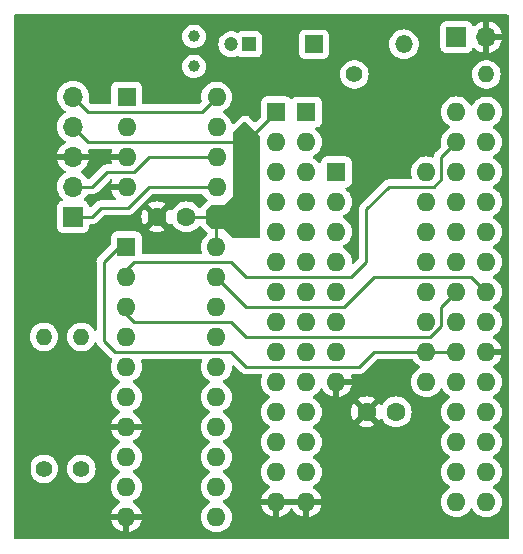
<source format=gbr>
%TF.GenerationSoftware,KiCad,Pcbnew,7.0.11+1*%
%TF.CreationDate,2024-04-28T17:00:00+02:00*%
%TF.ProjectId,QL_Minerva_MK2,514c5f4d-696e-4657-9276-615f4d4b322e,0.0*%
%TF.SameCoordinates,Original*%
%TF.FileFunction,Copper,L1,Top*%
%TF.FilePolarity,Positive*%
%FSLAX46Y46*%
G04 Gerber Fmt 4.6, Leading zero omitted, Abs format (unit mm)*
G04 Created by KiCad (PCBNEW 7.0.11+1) date 2024-04-28 17:00:00*
%MOMM*%
%LPD*%
G01*
G04 APERTURE LIST*
%TA.AperFunction,ComponentPad*%
%ADD10C,1.600000*%
%TD*%
%TA.AperFunction,ComponentPad*%
%ADD11C,1.000000*%
%TD*%
%TA.AperFunction,ComponentPad*%
%ADD12R,1.600000X1.600000*%
%TD*%
%TA.AperFunction,ComponentPad*%
%ADD13O,1.600000X1.600000*%
%TD*%
%TA.AperFunction,ComponentPad*%
%ADD14R,1.700000X1.700000*%
%TD*%
%TA.AperFunction,ComponentPad*%
%ADD15O,1.700000X1.700000*%
%TD*%
%TA.AperFunction,ComponentPad*%
%ADD16C,1.400000*%
%TD*%
%TA.AperFunction,ComponentPad*%
%ADD17O,1.400000X1.400000*%
%TD*%
%TA.AperFunction,ComponentPad*%
%ADD18R,1.200000X1.200000*%
%TD*%
%TA.AperFunction,ComponentPad*%
%ADD19C,1.200000*%
%TD*%
%TA.AperFunction,ComponentPad*%
%ADD20R,1.500000X1.500000*%
%TD*%
%TA.AperFunction,ComponentPad*%
%ADD21O,1.500000X1.500000*%
%TD*%
%TA.AperFunction,ViaPad*%
%ADD22C,0.800000*%
%TD*%
%TA.AperFunction,Conductor*%
%ADD23C,0.254000*%
%TD*%
%TA.AperFunction,Conductor*%
%ADD24C,0.250000*%
%TD*%
G04 APERTURE END LIST*
D10*
%TO.P,C3,1*%
%TO.N,+5V*%
X71755000Y-73660000D03*
%TO.P,C3,2*%
%TO.N,GND*%
X69255000Y-73660000D03*
%TD*%
D11*
%TO.P,Y1,1,1*%
%TO.N,Net-(U3-X1)*%
X72390000Y-58390000D03*
%TO.P,Y1,2,2*%
%TO.N,Net-(U3-X2)*%
X72390000Y-60930000D03*
%TD*%
D12*
%TO.P,U4,1,I1/CLK*%
%TO.N,/A15*%
X66675000Y-76200000D03*
D13*
%TO.P,U4,2,I2*%
%TO.N,/A14*%
X66675000Y-78740000D03*
%TO.P,U4,3,I3*%
%TO.N,/QL_ROMOE*%
X66675000Y-81280000D03*
%TO.P,U4,4,I4*%
%TO.N,/A5*%
X66675000Y-83820000D03*
%TO.P,U4,5,I5*%
%TO.N,/A4*%
X66675000Y-86360000D03*
%TO.P,U4,6,I6*%
%TO.N,Net-(JP1-C)*%
X66675000Y-88900000D03*
%TO.P,U4,7,I7*%
%TO.N,GND*%
X66675000Y-91440000D03*
%TO.P,U4,8,I8*%
%TO.N,/A1*%
X66675000Y-93980000D03*
%TO.P,U4,9,I9*%
%TO.N,/A0*%
X66675000Y-96520000D03*
%TO.P,U4,10,GND*%
%TO.N,GND*%
X66675000Y-99060000D03*
%TO.P,U4,11,I10/~{OE}*%
%TO.N,/DECODE*%
X74295000Y-99060000D03*
%TO.P,U4,12,IO8*%
%TO.N,/D0*%
X74295000Y-96520000D03*
%TO.P,U4,13,IO7*%
%TO.N,unconnected-(U4-IO7-Pad13)*%
X74295000Y-93980000D03*
%TO.P,U4,14,IO6*%
%TO.N,unconnected-(U4-IO6-Pad14)*%
X74295000Y-91440000D03*
%TO.P,U4,15,IO5*%
%TO.N,unconnected-(U4-IO5-Pad15)*%
X74295000Y-88900000D03*
%TO.P,U4,16,IO4*%
%TO.N,unconnected-(U4-IO4-Pad16)*%
X74295000Y-86360000D03*
%TO.P,U4,17,I03*%
%TO.N,/SDA*%
X74295000Y-83820000D03*
%TO.P,U4,18,IO2*%
%TO.N,/SCL*%
X74295000Y-81280000D03*
%TO.P,U4,19,IO1*%
%TO.N,/IC_ROMOE*%
X74295000Y-78740000D03*
%TO.P,U4,20,VCC*%
%TO.N,+5V*%
X74295000Y-76200000D03*
%TD*%
D14*
%TO.P,J2,1,Pin_1*%
%TO.N,/SDA*%
X62160000Y-73655000D03*
D15*
%TO.P,J2,2,Pin_2*%
%TO.N,/SCL*%
X62160000Y-71115000D03*
%TO.P,J2,3,Pin_3*%
%TO.N,GND*%
X62160000Y-68575000D03*
%TO.P,J2,4,Pin_4*%
%TO.N,+5V*%
X62160000Y-66035000D03*
%TO.P,J2,5,Pin_5*%
%TO.N,/K*%
X62160000Y-63495000D03*
%TD*%
D12*
%TO.P,U2,1,A15*%
%TO.N,/A15*%
X81910000Y-64780000D03*
D13*
%TO.P,U2,2,A12*%
%TO.N,/A12*%
X81910000Y-67320000D03*
%TO.P,U2,3,A7*%
%TO.N,/A7*%
X81910000Y-69860000D03*
%TO.P,U2,4,A6*%
%TO.N,/A6*%
X81910000Y-72400000D03*
%TO.P,U2,5,A5*%
%TO.N,/A5*%
X81910000Y-74940000D03*
%TO.P,U2,6,A4*%
%TO.N,/A4*%
X81910000Y-77480000D03*
%TO.P,U2,7,A3*%
%TO.N,/A3*%
X81910000Y-80020000D03*
%TO.P,U2,8,A2*%
%TO.N,/A2*%
X81910000Y-82560000D03*
%TO.P,U2,9,A1*%
%TO.N,/A1*%
X81910000Y-85100000D03*
%TO.P,U2,10,A0*%
%TO.N,/A0*%
X81910000Y-87640000D03*
%TO.P,U2,11,D0*%
%TO.N,/D0*%
X81910000Y-90180000D03*
%TO.P,U2,12,D1*%
%TO.N,/D1*%
X81910000Y-92720000D03*
%TO.P,U2,13,D2*%
%TO.N,/D2*%
X81910000Y-95260000D03*
%TO.P,U2,14,GND*%
%TO.N,GND*%
X81910000Y-97800000D03*
%TO.P,U2,15,D3*%
%TO.N,/D3*%
X97150000Y-97800000D03*
%TO.P,U2,16,D4*%
%TO.N,/D4*%
X97150000Y-95260000D03*
%TO.P,U2,17,D5*%
%TO.N,/D5*%
X97150000Y-92720000D03*
%TO.P,U2,18,D6*%
%TO.N,/D6*%
X97150000Y-90180000D03*
%TO.P,U2,19,D7*%
%TO.N,/D7*%
X97150000Y-87640000D03*
%TO.P,U2,20,~{CE}*%
%TO.N,GND*%
X97150000Y-85100000D03*
%TO.P,U2,21,A10*%
%TO.N,/A10*%
X97150000Y-82560000D03*
%TO.P,U2,22,~{OE/Vpp}*%
%TO.N,/IC_ROMOE*%
X97150000Y-80020000D03*
%TO.P,U2,23,A11*%
%TO.N,/A11*%
X97150000Y-77480000D03*
%TO.P,U2,24,A9*%
%TO.N,/A9*%
X97150000Y-74940000D03*
%TO.P,U2,25,A8*%
%TO.N,/A8*%
X97150000Y-72400000D03*
%TO.P,U2,26,A13*%
%TO.N,/A13*%
X97150000Y-69860000D03*
%TO.P,U2,27,A14*%
%TO.N,/A14*%
X97150000Y-67320000D03*
%TO.P,U2,28,VCC*%
%TO.N,VCC*%
X97150000Y-64780000D03*
%TD*%
D12*
%TO.P,U5,1*%
%TO.N,/A12*%
X84455000Y-69850000D03*
D13*
%TO.P,U5,2*%
%TO.N,/A7*%
X84455000Y-72390000D03*
%TO.P,U5,3*%
%TO.N,/A6*%
X84455000Y-74930000D03*
%TO.P,U5,4*%
%TO.N,/A3*%
X84455000Y-77470000D03*
%TO.P,U5,5*%
%TO.N,/A2*%
X84455000Y-80010000D03*
%TO.P,U5,6*%
%TO.N,VCC*%
X84455000Y-82550000D03*
%TO.P,U5,7*%
X84455000Y-85090000D03*
%TO.P,U5,8,GND*%
%TO.N,GND*%
X84455000Y-87630000D03*
%TO.P,U5,9*%
%TO.N,/DECODE*%
X92075000Y-87630000D03*
%TO.P,U5,10*%
%TO.N,/A15*%
X92075000Y-85090000D03*
%TO.P,U5,11*%
%TO.N,/A10*%
X92075000Y-82550000D03*
%TO.P,U5,12*%
%TO.N,/A11*%
X92075000Y-80010000D03*
%TO.P,U5,13*%
%TO.N,/A9*%
X92075000Y-77470000D03*
%TO.P,U5,14*%
%TO.N,/A8*%
X92075000Y-74930000D03*
%TO.P,U5,15*%
%TO.N,/A13*%
X92075000Y-72390000D03*
%TO.P,U5,16,VCC*%
%TO.N,VCC*%
X92075000Y-69850000D03*
%TD*%
D14*
%TO.P,J1,1,Pin_1*%
%TO.N,Net-(J1-Pin_1)*%
X94615000Y-58420000D03*
D15*
%TO.P,J1,2,Pin_2*%
%TO.N,GND*%
X97155000Y-58420000D03*
%TD*%
D12*
%TO.P,U3,1,X1*%
%TO.N,Net-(U3-X1)*%
X66685000Y-63510000D03*
D13*
%TO.P,U3,2,X2*%
%TO.N,Net-(U3-X2)*%
X66685000Y-66050000D03*
%TO.P,U3,3,A0*%
%TO.N,GND*%
X66685000Y-68590000D03*
%TO.P,U3,4,GND*%
X66685000Y-71130000D03*
%TO.P,U3,5,SDA*%
%TO.N,/SDA*%
X74305000Y-71130000D03*
%TO.P,U3,6,SCL*%
%TO.N,/SCL*%
X74305000Y-68590000D03*
%TO.P,U3,7,SQW/OUT*%
%TO.N,unconnected-(U3-SQW{slash}OUT-Pad7)*%
X74305000Y-66050000D03*
%TO.P,U3,8,VCC*%
%TO.N,/K*%
X74305000Y-63510000D03*
%TD*%
D12*
%TO.P,U1,1,A15*%
%TO.N,+5V*%
X79375000Y-64770000D03*
D13*
%TO.P,U1,2,A12*%
%TO.N,/A12*%
X79375000Y-67310000D03*
%TO.P,U1,3,A7*%
%TO.N,/A7*%
X79375000Y-69850000D03*
%TO.P,U1,4,A6*%
%TO.N,/A6*%
X79375000Y-72390000D03*
%TO.P,U1,5,A5*%
%TO.N,/A5*%
X79375000Y-74930000D03*
%TO.P,U1,6,A4*%
%TO.N,/A4*%
X79375000Y-77470000D03*
%TO.P,U1,7,A3*%
%TO.N,/A3*%
X79375000Y-80010000D03*
%TO.P,U1,8,A2*%
%TO.N,/A2*%
X79375000Y-82550000D03*
%TO.P,U1,9,A1*%
%TO.N,/A1*%
X79375000Y-85090000D03*
%TO.P,U1,10,A0*%
%TO.N,/A0*%
X79375000Y-87630000D03*
%TO.P,U1,11,D0*%
%TO.N,/D0*%
X79375000Y-90170000D03*
%TO.P,U1,12,D1*%
%TO.N,/D1*%
X79375000Y-92710000D03*
%TO.P,U1,13,D2*%
%TO.N,/D2*%
X79375000Y-95250000D03*
%TO.P,U1,14,GND*%
%TO.N,GND*%
X79375000Y-97790000D03*
%TO.P,U1,15,D3*%
%TO.N,/D3*%
X94615000Y-97790000D03*
%TO.P,U1,16,D4*%
%TO.N,/D4*%
X94615000Y-95250000D03*
%TO.P,U1,17,D5*%
%TO.N,/D5*%
X94615000Y-92710000D03*
%TO.P,U1,18,D6*%
%TO.N,/D6*%
X94615000Y-90170000D03*
%TO.P,U1,19,D7*%
%TO.N,/D7*%
X94615000Y-87630000D03*
%TO.P,U1,20,~{CE}*%
%TO.N,/A15*%
X94615000Y-85090000D03*
%TO.P,U1,21,A10*%
%TO.N,/A10*%
X94615000Y-82550000D03*
%TO.P,U1,22,~{OE/Vpp}*%
%TO.N,/QL_ROMOE*%
X94615000Y-80010000D03*
%TO.P,U1,23,A11*%
%TO.N,/A11*%
X94615000Y-77470000D03*
%TO.P,U1,24,A9*%
%TO.N,/A9*%
X94615000Y-74930000D03*
%TO.P,U1,25,A8*%
%TO.N,/A8*%
X94615000Y-72390000D03*
%TO.P,U1,26,A13*%
%TO.N,/A13*%
X94615000Y-69850000D03*
%TO.P,U1,27,A14*%
%TO.N,/A14*%
X94615000Y-67310000D03*
%TO.P,U1,28,VCC*%
%TO.N,VCC*%
X94615000Y-64770000D03*
%TD*%
D16*
%TO.P,R2,1*%
%TO.N,VCC*%
X59690000Y-94996000D03*
D17*
%TO.P,R2,2*%
%TO.N,/SCL*%
X59690000Y-83820000D03*
%TD*%
D10*
%TO.P,C2,1*%
%TO.N,VCC*%
X89515000Y-90170000D03*
%TO.P,C2,2*%
%TO.N,GND*%
X87015000Y-90170000D03*
%TD*%
D16*
%TO.P,R1,1*%
%TO.N,VCC*%
X62865000Y-94996000D03*
D17*
%TO.P,R1,2*%
%TO.N,/SDA*%
X62865000Y-83820000D03*
%TD*%
D18*
%TO.P,C1,1*%
%TO.N,/K*%
X77065000Y-59055000D03*
D19*
%TO.P,C1,2*%
%TO.N,Net-(U3-X1)*%
X75565000Y-59055000D03*
%TD*%
D16*
%TO.P,R3,1*%
%TO.N,/K*%
X85979000Y-61595000D03*
D17*
%TO.P,R3,2*%
%TO.N,Net-(J1-Pin_1)*%
X97155000Y-61595000D03*
%TD*%
D20*
%TO.P,D1,1,K*%
%TO.N,/K*%
X82550000Y-59055000D03*
D21*
%TO.P,D1,2,A*%
%TO.N,VCC*%
X90170000Y-59055000D03*
%TD*%
D22*
%TO.N,GND*%
X62865000Y-91440000D03*
%TD*%
D23*
%TO.N,/K*%
X71755000Y-64770000D02*
X64262000Y-64770000D01*
X62160000Y-63495000D02*
X63435000Y-64770000D01*
X63435000Y-64770000D02*
X64262000Y-64770000D01*
%TO.N,+5V*%
X64008000Y-67310000D02*
X76200000Y-67310000D01*
D24*
X62160000Y-66035000D02*
X63435000Y-67310000D01*
X63435000Y-67310000D02*
X64008000Y-67310000D01*
D23*
%TO.N,/SCL*%
X65024000Y-69850000D02*
X67310000Y-69850000D01*
X62160000Y-71115000D02*
X63759000Y-71115000D01*
X63759000Y-71115000D02*
X65024000Y-69850000D01*
%TO.N,/SDA*%
X73670000Y-71130000D02*
X68570000Y-71130000D01*
X68570000Y-71130000D02*
X66802000Y-72898000D01*
X66802000Y-72898000D02*
X64513469Y-72898000D01*
X63754000Y-73657469D02*
X61525000Y-73655000D01*
X64513469Y-72898000D02*
X63754000Y-73657469D01*
%TO.N,GND*%
X84455000Y-87630000D02*
X84455000Y-93400000D01*
X84455000Y-100330000D02*
X82550000Y-100330000D01*
X98775000Y-99345000D02*
X97790000Y-100330000D01*
X84455000Y-92730000D02*
X84455000Y-93400000D01*
D24*
X62230000Y-91440000D02*
X61595000Y-91440000D01*
X62230000Y-91440000D02*
X59690000Y-91440000D01*
D23*
X73215500Y-100330000D02*
X69215000Y-100330000D01*
X81915000Y-100330000D02*
X81910000Y-100325000D01*
X73406000Y-100520500D02*
X73215500Y-100330000D01*
X67945000Y-99060000D02*
X64135000Y-99060000D01*
D24*
X61595000Y-91440000D02*
X66040000Y-91440000D01*
D23*
X82550000Y-100330000D02*
X75501500Y-100330000D01*
X82550000Y-100330000D02*
X81915000Y-100330000D01*
D24*
X58420000Y-99060000D02*
X59690000Y-100330000D01*
D23*
X87015000Y-100310000D02*
X86995000Y-100330000D01*
X81910000Y-100325000D02*
X81910000Y-97800000D01*
X98775000Y-85100000D02*
X98775000Y-99345000D01*
X69215000Y-100330000D02*
X67945000Y-99060000D01*
X75311000Y-100520500D02*
X73406000Y-100520500D01*
D24*
X58420000Y-92710000D02*
X58420000Y-99060000D01*
D23*
X87015000Y-90170000D02*
X84455000Y-92730000D01*
X97150000Y-85100000D02*
X98775000Y-85100000D01*
D24*
X59690000Y-91440000D02*
X58420000Y-92710000D01*
D23*
X84455000Y-93400000D02*
X84455000Y-100330000D01*
X75501500Y-100330000D02*
X75311000Y-100520500D01*
X64135000Y-99060000D02*
X62865000Y-100330000D01*
X97790000Y-100330000D02*
X86995000Y-100330000D01*
X62865000Y-100330000D02*
X59690000Y-100330000D01*
X86995000Y-100330000D02*
X84455000Y-100330000D01*
%TO.N,/SCL*%
X68570000Y-68590000D02*
X73670000Y-68590000D01*
X67310000Y-69850000D02*
X68570000Y-68590000D01*
X61525000Y-71115000D02*
X63500000Y-71120000D01*
%TO.N,/QL_ROMOE*%
X67310000Y-82550000D02*
X75565000Y-82550000D01*
X66040000Y-81280000D02*
X67310000Y-82550000D01*
X93345000Y-81280000D02*
X94615000Y-80010000D01*
X75565000Y-82550000D02*
X76835000Y-83820000D01*
X76835000Y-83820000D02*
X92398819Y-83820000D01*
X92398819Y-83820000D02*
X93345000Y-82873819D01*
X93345000Y-82873819D02*
X93345000Y-81280000D01*
%TO.N,/IC_ROMOE*%
X97150000Y-80020000D02*
X95870000Y-78740000D01*
D24*
X74295000Y-78740000D02*
X76835000Y-81280000D01*
D23*
X85090000Y-81280000D02*
X77470000Y-81280000D01*
X87630000Y-78740000D02*
X85090000Y-81280000D01*
D24*
X76835000Y-81280000D02*
X77470000Y-81280000D01*
D23*
X95870000Y-78740000D02*
X87630000Y-78740000D01*
%TO.N,/A15*%
X64770000Y-84143819D02*
X65716181Y-85090000D01*
X94615000Y-85090000D02*
X92075000Y-85090000D01*
X65716181Y-85090000D02*
X75565000Y-85090000D01*
X75565000Y-85090000D02*
X76835000Y-86360000D01*
X86360000Y-86360000D02*
X87630000Y-85090000D01*
X64770000Y-77470000D02*
X64770000Y-84143819D01*
X87630000Y-85090000D02*
X92075000Y-85090000D01*
X66040000Y-76200000D02*
X64770000Y-77470000D01*
X76835000Y-86360000D02*
X86360000Y-86360000D01*
%TO.N,/A14*%
X66040000Y-78740000D02*
X67310000Y-77470000D01*
X67310000Y-77470000D02*
X75565000Y-77470000D01*
X86995000Y-77470000D02*
X86995000Y-73025000D01*
X93345000Y-68580000D02*
X94615000Y-67310000D01*
X76835000Y-78740000D02*
X85725000Y-78740000D01*
X75565000Y-77470000D02*
X76835000Y-78740000D01*
X92710000Y-71120000D02*
X93345000Y-70485000D01*
X85725000Y-78740000D02*
X86995000Y-77470000D01*
X93345000Y-70485000D02*
X93345000Y-68580000D01*
X88900000Y-71120000D02*
X92710000Y-71120000D01*
X86995000Y-73025000D02*
X88900000Y-71120000D01*
%TO.N,/K*%
X72410000Y-64770000D02*
X71755000Y-64770000D01*
X74305000Y-63510000D02*
X73045000Y-64770000D01*
X73045000Y-64770000D02*
X71755000Y-64770000D01*
%TO.N,+5V*%
X79375000Y-64770000D02*
X76835000Y-67310000D01*
X76835000Y-69850000D02*
X76835000Y-70485000D01*
X76835000Y-67310000D02*
X76835000Y-69850000D01*
D24*
X74295000Y-73660000D02*
X76835000Y-71120000D01*
X76835000Y-71120000D02*
X76835000Y-69850000D01*
D23*
X71120000Y-73660000D02*
X73660000Y-73660000D01*
X76835000Y-67310000D02*
X76200000Y-67310000D01*
D24*
X71755000Y-73660000D02*
X74295000Y-73660000D01*
X74295000Y-76200000D02*
X74295000Y-73660000D01*
%TD*%
%TA.AperFunction,Conductor*%
%TO.N,GND*%
G36*
X80690694Y-97550000D02*
G01*
X81594314Y-97550000D01*
X81582359Y-97561955D01*
X81524835Y-97674852D01*
X81505014Y-97800000D01*
X81524835Y-97925148D01*
X81582359Y-98038045D01*
X81594314Y-98050000D01*
X80628362Y-98050000D01*
X80594306Y-98040000D01*
X79690686Y-98040000D01*
X79702641Y-98028045D01*
X79760165Y-97915148D01*
X79779986Y-97790000D01*
X79760165Y-97664852D01*
X79702641Y-97551955D01*
X79690686Y-97540000D01*
X80656638Y-97540000D01*
X80690694Y-97550000D01*
G37*
%TD.AperFunction*%
%TA.AperFunction,Conductor*%
G36*
X65427272Y-70497185D02*
G01*
X65473027Y-70549989D01*
X65482971Y-70619147D01*
X65472615Y-70653904D01*
X65458735Y-70683668D01*
X65458730Y-70683682D01*
X65406127Y-70879999D01*
X65406128Y-70880000D01*
X66369314Y-70880000D01*
X66357359Y-70891955D01*
X66299835Y-71004852D01*
X66280014Y-71130000D01*
X66299835Y-71255148D01*
X66357359Y-71368045D01*
X66369314Y-71380000D01*
X65406128Y-71380000D01*
X65458730Y-71576317D01*
X65458734Y-71576326D01*
X65554865Y-71782482D01*
X65685342Y-71968820D01*
X65775341Y-72058819D01*
X65808826Y-72120142D01*
X65803842Y-72189834D01*
X65761970Y-72245767D01*
X65696506Y-72270184D01*
X65687660Y-72270500D01*
X64596434Y-72270500D01*
X64580783Y-72268772D01*
X64580757Y-72269054D01*
X64572994Y-72268319D01*
X64505564Y-72270439D01*
X64501669Y-72270500D01*
X64473988Y-72270500D01*
X64469970Y-72271007D01*
X64458343Y-72271922D01*
X64414527Y-72273299D01*
X64414523Y-72273300D01*
X64395191Y-72278916D01*
X64376151Y-72282859D01*
X64356181Y-72285382D01*
X64356177Y-72285383D01*
X64315422Y-72301519D01*
X64304374Y-72305301D01*
X64262281Y-72317530D01*
X64262274Y-72317533D01*
X64244949Y-72327779D01*
X64227479Y-72336337D01*
X64208767Y-72343745D01*
X64173295Y-72369516D01*
X64163535Y-72375927D01*
X64125815Y-72398234D01*
X64111575Y-72412474D01*
X64096789Y-72425102D01*
X64080502Y-72436936D01*
X64052559Y-72470712D01*
X64044698Y-72479350D01*
X63718657Y-72805391D01*
X63657334Y-72838876D01*
X63587642Y-72833892D01*
X63531709Y-72792020D01*
X63507686Y-72730962D01*
X63504091Y-72697516D01*
X63453797Y-72562671D01*
X63453793Y-72562664D01*
X63367547Y-72447455D01*
X63367544Y-72447452D01*
X63252335Y-72361206D01*
X63252328Y-72361202D01*
X63120917Y-72312189D01*
X63064983Y-72270318D01*
X63040566Y-72204853D01*
X63055418Y-72136580D01*
X63076563Y-72108332D01*
X63198495Y-71986401D01*
X63328874Y-71800200D01*
X63383449Y-71756577D01*
X63430755Y-71747326D01*
X63537887Y-71747598D01*
X63571493Y-71743438D01*
X63586722Y-71742500D01*
X63676033Y-71742500D01*
X63691681Y-71744227D01*
X63691708Y-71743946D01*
X63699475Y-71744680D01*
X63699476Y-71744679D01*
X63699477Y-71744680D01*
X63766919Y-71742561D01*
X63770813Y-71742500D01*
X63798472Y-71742500D01*
X63798476Y-71742500D01*
X63802474Y-71741994D01*
X63814114Y-71741077D01*
X63857943Y-71739701D01*
X63877272Y-71734084D01*
X63896328Y-71730137D01*
X63916293Y-71727616D01*
X63957055Y-71711476D01*
X63968092Y-71707698D01*
X64010191Y-71695468D01*
X64027515Y-71685221D01*
X64044983Y-71676663D01*
X64063703Y-71669253D01*
X64099177Y-71643478D01*
X64108915Y-71637081D01*
X64146656Y-71614763D01*
X64160897Y-71600520D01*
X64175678Y-71587897D01*
X64191967Y-71576063D01*
X64219904Y-71542290D01*
X64227756Y-71533661D01*
X65247600Y-70513819D01*
X65308923Y-70480334D01*
X65335281Y-70477500D01*
X65360233Y-70477500D01*
X65427272Y-70497185D01*
G37*
%TD.AperFunction*%
%TA.AperFunction,Conductor*%
G36*
X66878039Y-70497185D02*
G01*
X66923794Y-70549989D01*
X66935000Y-70601500D01*
X66935000Y-70814314D01*
X66923045Y-70802359D01*
X66810148Y-70744835D01*
X66716481Y-70730000D01*
X66653519Y-70730000D01*
X66559852Y-70744835D01*
X66446955Y-70802359D01*
X66435000Y-70814314D01*
X66435000Y-70601500D01*
X66454685Y-70534461D01*
X66507489Y-70488706D01*
X66559000Y-70477500D01*
X66811000Y-70477500D01*
X66878039Y-70497185D01*
G37*
%TD.AperFunction*%
%TA.AperFunction,Conductor*%
G36*
X63920868Y-67937474D02*
G01*
X63920989Y-67936522D01*
X63928726Y-67937499D01*
X63928728Y-67937500D01*
X65360233Y-67937500D01*
X65427272Y-67957185D01*
X65473027Y-68009989D01*
X65482971Y-68079147D01*
X65472615Y-68113904D01*
X65458735Y-68143668D01*
X65458730Y-68143682D01*
X65406127Y-68339999D01*
X65406128Y-68340000D01*
X66369314Y-68340000D01*
X66357359Y-68351955D01*
X66299835Y-68464852D01*
X66280014Y-68590000D01*
X66299835Y-68715148D01*
X66357359Y-68828045D01*
X66369314Y-68840000D01*
X65406128Y-68840000D01*
X65458730Y-69036317D01*
X65458734Y-69036326D01*
X65463289Y-69046095D01*
X65473781Y-69115173D01*
X65445261Y-69178957D01*
X65386785Y-69217196D01*
X65350907Y-69222500D01*
X65106967Y-69222500D01*
X65091319Y-69220772D01*
X65091293Y-69221054D01*
X65083525Y-69220319D01*
X65016095Y-69222439D01*
X65012200Y-69222500D01*
X64984519Y-69222500D01*
X64980501Y-69223007D01*
X64968874Y-69223922D01*
X64925058Y-69225299D01*
X64925054Y-69225300D01*
X64905722Y-69230916D01*
X64886682Y-69234859D01*
X64866712Y-69237382D01*
X64866708Y-69237383D01*
X64834360Y-69250190D01*
X64828330Y-69252578D01*
X64825953Y-69253519D01*
X64814905Y-69257301D01*
X64772812Y-69269530D01*
X64772805Y-69269533D01*
X64755480Y-69279779D01*
X64738010Y-69288337D01*
X64719298Y-69295745D01*
X64683826Y-69321516D01*
X64674066Y-69327927D01*
X64636346Y-69350234D01*
X64622106Y-69364474D01*
X64607320Y-69377102D01*
X64591033Y-69388936D01*
X64563090Y-69422712D01*
X64555229Y-69431350D01*
X63535400Y-70451181D01*
X63474077Y-70484666D01*
X63447719Y-70487500D01*
X63433826Y-70487500D01*
X63366787Y-70467815D01*
X63332251Y-70434623D01*
X63198494Y-70243597D01*
X63031402Y-70076506D01*
X63031401Y-70076505D01*
X62845405Y-69946269D01*
X62801781Y-69891692D01*
X62794588Y-69822193D01*
X62826110Y-69759839D01*
X62845405Y-69743119D01*
X63031082Y-69613105D01*
X63198105Y-69446082D01*
X63333600Y-69252578D01*
X63433429Y-69038492D01*
X63433432Y-69038486D01*
X63490636Y-68825000D01*
X62593686Y-68825000D01*
X62619493Y-68784844D01*
X62660000Y-68646889D01*
X62660000Y-68503111D01*
X62619493Y-68365156D01*
X62593686Y-68325000D01*
X63490636Y-68325000D01*
X63490635Y-68324999D01*
X63433432Y-68111513D01*
X63431581Y-68106428D01*
X63432722Y-68106012D01*
X63423122Y-68042838D01*
X63451636Y-67979052D01*
X63510109Y-67940807D01*
X63545997Y-67935500D01*
X63905274Y-67935500D01*
X63920868Y-67937474D01*
G37*
%TD.AperFunction*%
%TA.AperFunction,Conductor*%
G36*
X66935000Y-69098500D02*
G01*
X66915315Y-69165539D01*
X66862511Y-69211294D01*
X66811000Y-69222500D01*
X66559000Y-69222500D01*
X66491961Y-69202815D01*
X66446206Y-69150011D01*
X66435000Y-69098500D01*
X66435000Y-68905686D01*
X66446955Y-68917641D01*
X66559852Y-68975165D01*
X66653519Y-68990000D01*
X66716481Y-68990000D01*
X66810148Y-68975165D01*
X66923045Y-68917641D01*
X66935000Y-68905686D01*
X66935000Y-69098500D01*
G37*
%TD.AperFunction*%
%TA.AperFunction,Conductor*%
G36*
X99002539Y-56535185D02*
G01*
X99048294Y-56587989D01*
X99059500Y-56639500D01*
X99059500Y-100840500D01*
X99039815Y-100907539D01*
X98987011Y-100953294D01*
X98935500Y-100964500D01*
X57274500Y-100964500D01*
X57207461Y-100944815D01*
X57161706Y-100892011D01*
X57150500Y-100840500D01*
X57150500Y-94996000D01*
X58484357Y-94996000D01*
X58504884Y-95217535D01*
X58504885Y-95217537D01*
X58565769Y-95431523D01*
X58565775Y-95431538D01*
X58664938Y-95630683D01*
X58664943Y-95630691D01*
X58799020Y-95808238D01*
X58963437Y-95958123D01*
X58963439Y-95958125D01*
X59152595Y-96075245D01*
X59152596Y-96075245D01*
X59152599Y-96075247D01*
X59360060Y-96155618D01*
X59578757Y-96196500D01*
X59578759Y-96196500D01*
X59801241Y-96196500D01*
X59801243Y-96196500D01*
X60019940Y-96155618D01*
X60227401Y-96075247D01*
X60416562Y-95958124D01*
X60580981Y-95808236D01*
X60715058Y-95630689D01*
X60814229Y-95431528D01*
X60875115Y-95217536D01*
X60895643Y-94996000D01*
X61659357Y-94996000D01*
X61679884Y-95217535D01*
X61679885Y-95217537D01*
X61740769Y-95431523D01*
X61740775Y-95431538D01*
X61839938Y-95630683D01*
X61839943Y-95630691D01*
X61974020Y-95808238D01*
X62138437Y-95958123D01*
X62138439Y-95958125D01*
X62327595Y-96075245D01*
X62327596Y-96075245D01*
X62327599Y-96075247D01*
X62535060Y-96155618D01*
X62753757Y-96196500D01*
X62753759Y-96196500D01*
X62976241Y-96196500D01*
X62976243Y-96196500D01*
X63194940Y-96155618D01*
X63402401Y-96075247D01*
X63591562Y-95958124D01*
X63755981Y-95808236D01*
X63890058Y-95630689D01*
X63989229Y-95431528D01*
X64050115Y-95217536D01*
X64070643Y-94996000D01*
X64050115Y-94774464D01*
X63989229Y-94560472D01*
X63922517Y-94426497D01*
X63890061Y-94361316D01*
X63890056Y-94361308D01*
X63755979Y-94183761D01*
X63591562Y-94033876D01*
X63591560Y-94033874D01*
X63402404Y-93916754D01*
X63402398Y-93916752D01*
X63394755Y-93913791D01*
X63194940Y-93836382D01*
X62976243Y-93795500D01*
X62753757Y-93795500D01*
X62535060Y-93836382D01*
X62498437Y-93850570D01*
X62327601Y-93916752D01*
X62327595Y-93916754D01*
X62138439Y-94033874D01*
X62138437Y-94033876D01*
X61974020Y-94183761D01*
X61839943Y-94361308D01*
X61839938Y-94361316D01*
X61740775Y-94560461D01*
X61740769Y-94560476D01*
X61679885Y-94774462D01*
X61679884Y-94774464D01*
X61659357Y-94995999D01*
X61659357Y-94996000D01*
X60895643Y-94996000D01*
X60875115Y-94774464D01*
X60814229Y-94560472D01*
X60747517Y-94426497D01*
X60715061Y-94361316D01*
X60715056Y-94361308D01*
X60580979Y-94183761D01*
X60416562Y-94033876D01*
X60416560Y-94033874D01*
X60227404Y-93916754D01*
X60227398Y-93916752D01*
X60219755Y-93913791D01*
X60019940Y-93836382D01*
X59801243Y-93795500D01*
X59578757Y-93795500D01*
X59360060Y-93836382D01*
X59323437Y-93850570D01*
X59152601Y-93916752D01*
X59152595Y-93916754D01*
X58963439Y-94033874D01*
X58963437Y-94033876D01*
X58799020Y-94183761D01*
X58664943Y-94361308D01*
X58664938Y-94361316D01*
X58565775Y-94560461D01*
X58565769Y-94560476D01*
X58504885Y-94774462D01*
X58504884Y-94774464D01*
X58484357Y-94995999D01*
X58484357Y-94996000D01*
X57150500Y-94996000D01*
X57150500Y-83820000D01*
X58484357Y-83820000D01*
X58504884Y-84041535D01*
X58504885Y-84041537D01*
X58565769Y-84255523D01*
X58565775Y-84255538D01*
X58664938Y-84454683D01*
X58664943Y-84454691D01*
X58799020Y-84632238D01*
X58963437Y-84782123D01*
X58963439Y-84782125D01*
X59152595Y-84899245D01*
X59152596Y-84899245D01*
X59152599Y-84899247D01*
X59360060Y-84979618D01*
X59578757Y-85020500D01*
X59578759Y-85020500D01*
X59801241Y-85020500D01*
X59801243Y-85020500D01*
X60019940Y-84979618D01*
X60227401Y-84899247D01*
X60416562Y-84782124D01*
X60568623Y-84643502D01*
X60580979Y-84632238D01*
X60587274Y-84623903D01*
X60715058Y-84454689D01*
X60814229Y-84255528D01*
X60875115Y-84041536D01*
X60895643Y-83820000D01*
X60889354Y-83752135D01*
X60875115Y-83598464D01*
X60875114Y-83598462D01*
X60865009Y-83562947D01*
X60814229Y-83384472D01*
X60814224Y-83384461D01*
X60715061Y-83185316D01*
X60715056Y-83185308D01*
X60580979Y-83007761D01*
X60416562Y-82857876D01*
X60416560Y-82857874D01*
X60227404Y-82740754D01*
X60227398Y-82740752D01*
X60019940Y-82660382D01*
X59801243Y-82619500D01*
X59578757Y-82619500D01*
X59360060Y-82660382D01*
X59228864Y-82711207D01*
X59152601Y-82740752D01*
X59152595Y-82740754D01*
X58963439Y-82857874D01*
X58963437Y-82857876D01*
X58799020Y-83007761D01*
X58664943Y-83185308D01*
X58664938Y-83185316D01*
X58565775Y-83384461D01*
X58565769Y-83384476D01*
X58504885Y-83598462D01*
X58504884Y-83598464D01*
X58484357Y-83819999D01*
X58484357Y-83820000D01*
X57150500Y-83820000D01*
X57150500Y-71115000D01*
X60804341Y-71115000D01*
X60824936Y-71350403D01*
X60824938Y-71350413D01*
X60886094Y-71578655D01*
X60886096Y-71578659D01*
X60886097Y-71578663D01*
X60964873Y-71747598D01*
X60985965Y-71792830D01*
X60985967Y-71792834D01*
X61045060Y-71877227D01*
X61121501Y-71986396D01*
X61121506Y-71986402D01*
X61243430Y-72108326D01*
X61276915Y-72169649D01*
X61271931Y-72239341D01*
X61230059Y-72295274D01*
X61199083Y-72312189D01*
X61067669Y-72361203D01*
X61067664Y-72361206D01*
X60952455Y-72447452D01*
X60952452Y-72447455D01*
X60866206Y-72562664D01*
X60866202Y-72562671D01*
X60815908Y-72697517D01*
X60809501Y-72757116D01*
X60809500Y-72757135D01*
X60809500Y-74552870D01*
X60809501Y-74552876D01*
X60815908Y-74612483D01*
X60866202Y-74747328D01*
X60866206Y-74747335D01*
X60952452Y-74862544D01*
X60952455Y-74862547D01*
X61067664Y-74948793D01*
X61067671Y-74948797D01*
X61202517Y-74999091D01*
X61202516Y-74999091D01*
X61209444Y-74999835D01*
X61262127Y-75005500D01*
X63057872Y-75005499D01*
X63117483Y-74999091D01*
X63252331Y-74948796D01*
X63367546Y-74862546D01*
X63453796Y-74747331D01*
X63504091Y-74612483D01*
X63510500Y-74552873D01*
X63510499Y-74408835D01*
X63530183Y-74341797D01*
X63582987Y-74296042D01*
X63634632Y-74284836D01*
X63670757Y-74284875D01*
X63686683Y-74286645D01*
X63686705Y-74286414D01*
X63694469Y-74287147D01*
X63694477Y-74287149D01*
X63761525Y-74285041D01*
X63765525Y-74284981D01*
X63792781Y-74285012D01*
X63797188Y-74284459D01*
X63808699Y-74283559D01*
X63852943Y-74282170D01*
X63852946Y-74282169D01*
X63852947Y-74282169D01*
X63859937Y-74280137D01*
X63871871Y-74276670D01*
X63891067Y-74272705D01*
X63910614Y-74270259D01*
X63951778Y-74254013D01*
X63962690Y-74250284D01*
X64005191Y-74237937D01*
X64022163Y-74227899D01*
X64039750Y-74219295D01*
X64058089Y-74212059D01*
X64093922Y-74186083D01*
X64103557Y-74179762D01*
X64141656Y-74157232D01*
X64155599Y-74143288D01*
X64170498Y-74130577D01*
X64186456Y-74119011D01*
X64214703Y-74084941D01*
X64222457Y-74076429D01*
X64737069Y-73561819D01*
X64798392Y-73528334D01*
X64824750Y-73525500D01*
X66719033Y-73525500D01*
X66734681Y-73527227D01*
X66734708Y-73526946D01*
X66742475Y-73527680D01*
X66742476Y-73527679D01*
X66742477Y-73527680D01*
X66809919Y-73525561D01*
X66813813Y-73525500D01*
X66841472Y-73525500D01*
X66841476Y-73525500D01*
X66845474Y-73524994D01*
X66857114Y-73524077D01*
X66900943Y-73522701D01*
X66920272Y-73517084D01*
X66939328Y-73513137D01*
X66959293Y-73510616D01*
X67000055Y-73494476D01*
X67011092Y-73490698D01*
X67053191Y-73478468D01*
X67070515Y-73468221D01*
X67087983Y-73459663D01*
X67106703Y-73452253D01*
X67142177Y-73426478D01*
X67151915Y-73420081D01*
X67189656Y-73397763D01*
X67203897Y-73383520D01*
X67218678Y-73370897D01*
X67234967Y-73359063D01*
X67262904Y-73325290D01*
X67270756Y-73316661D01*
X68793600Y-71793819D01*
X68854923Y-71760334D01*
X68881281Y-71757500D01*
X73092213Y-71757500D01*
X73159252Y-71777185D01*
X73193788Y-71810377D01*
X73304954Y-71969141D01*
X73465856Y-72130043D01*
X73465859Y-72130045D01*
X73465861Y-72130047D01*
X73490207Y-72147094D01*
X73533831Y-72201671D01*
X73541024Y-72271170D01*
X73509502Y-72333524D01*
X73506764Y-72336350D01*
X73084892Y-72758223D01*
X73084855Y-72758262D01*
X73048728Y-72798480D01*
X73048718Y-72798492D01*
X73032076Y-72819143D01*
X73000431Y-72863028D01*
X73000009Y-72863755D01*
X72999688Y-72864058D01*
X72996871Y-72867966D01*
X72996129Y-72867431D01*
X72949294Y-72911815D01*
X72880647Y-72924827D01*
X72815862Y-72898660D01*
X72791239Y-72872549D01*
X72755047Y-72820861D01*
X72755046Y-72820860D01*
X72755044Y-72820857D01*
X72594141Y-72659954D01*
X72407734Y-72529432D01*
X72407732Y-72529431D01*
X72201497Y-72433261D01*
X72201488Y-72433258D01*
X71981697Y-72374366D01*
X71981693Y-72374365D01*
X71981692Y-72374365D01*
X71981691Y-72374364D01*
X71981686Y-72374364D01*
X71755002Y-72354532D01*
X71754998Y-72354532D01*
X71528313Y-72374364D01*
X71528302Y-72374366D01*
X71308511Y-72433258D01*
X71308502Y-72433261D01*
X71102267Y-72529431D01*
X71102265Y-72529432D01*
X70915858Y-72659954D01*
X70754954Y-72820858D01*
X70624432Y-73007265D01*
X70624429Y-73007270D01*
X70617104Y-73022979D01*
X70570929Y-73075417D01*
X70503735Y-73094566D01*
X70436855Y-73074347D01*
X70392341Y-73022973D01*
X70385133Y-73007515D01*
X70385132Y-73007513D01*
X70334025Y-72934526D01*
X69652953Y-73615598D01*
X69640165Y-73534852D01*
X69582641Y-73421955D01*
X69493045Y-73332359D01*
X69380148Y-73274835D01*
X69299401Y-73262046D01*
X69980472Y-72580974D01*
X69907478Y-72529863D01*
X69701331Y-72433735D01*
X69701317Y-72433730D01*
X69481610Y-72374860D01*
X69481599Y-72374858D01*
X69255002Y-72355034D01*
X69254998Y-72355034D01*
X69028400Y-72374858D01*
X69028389Y-72374860D01*
X68808682Y-72433730D01*
X68808673Y-72433734D01*
X68602516Y-72529866D01*
X68602512Y-72529868D01*
X68529526Y-72580973D01*
X68529526Y-72580974D01*
X69210599Y-73262046D01*
X69129852Y-73274835D01*
X69016955Y-73332359D01*
X68927359Y-73421955D01*
X68869835Y-73534852D01*
X68857046Y-73615598D01*
X68175974Y-72934526D01*
X68175973Y-72934526D01*
X68124868Y-73007512D01*
X68124866Y-73007516D01*
X68028734Y-73213673D01*
X68028730Y-73213682D01*
X67969860Y-73433389D01*
X67969858Y-73433400D01*
X67950034Y-73659997D01*
X67950034Y-73660002D01*
X67969858Y-73886599D01*
X67969860Y-73886610D01*
X68028730Y-74106317D01*
X68028735Y-74106331D01*
X68124863Y-74312478D01*
X68175974Y-74385472D01*
X68857046Y-73704400D01*
X68869835Y-73785148D01*
X68927359Y-73898045D01*
X69016955Y-73987641D01*
X69129852Y-74045165D01*
X69210599Y-74057953D01*
X68529526Y-74739025D01*
X68602513Y-74790132D01*
X68602521Y-74790136D01*
X68808668Y-74886264D01*
X68808682Y-74886269D01*
X69028389Y-74945139D01*
X69028400Y-74945141D01*
X69254998Y-74964966D01*
X69255002Y-74964966D01*
X69481599Y-74945141D01*
X69481610Y-74945139D01*
X69701317Y-74886269D01*
X69701331Y-74886264D01*
X69907478Y-74790136D01*
X69980471Y-74739024D01*
X69299400Y-74057953D01*
X69380148Y-74045165D01*
X69493045Y-73987641D01*
X69582641Y-73898045D01*
X69640165Y-73785148D01*
X69652953Y-73704400D01*
X70334024Y-74385471D01*
X70385134Y-74312481D01*
X70392340Y-74297028D01*
X70438511Y-74244587D01*
X70505704Y-74225433D01*
X70572585Y-74245646D01*
X70617105Y-74297022D01*
X70624430Y-74312730D01*
X70624432Y-74312734D01*
X70754954Y-74499141D01*
X70915858Y-74660045D01*
X70915861Y-74660047D01*
X71102266Y-74790568D01*
X71308504Y-74886739D01*
X71528308Y-74945635D01*
X71690230Y-74959801D01*
X71754998Y-74965468D01*
X71755000Y-74965468D01*
X71755002Y-74965468D01*
X71811673Y-74960509D01*
X71981692Y-74945635D01*
X72201496Y-74886739D01*
X72407734Y-74790568D01*
X72594139Y-74660047D01*
X72755047Y-74499139D01*
X72793694Y-74443943D01*
X72848268Y-74400320D01*
X72917766Y-74393126D01*
X72980121Y-74424647D01*
X72995648Y-74443296D01*
X72995999Y-74443034D01*
X72998651Y-74446577D01*
X72998653Y-74446580D01*
X73084877Y-74561761D01*
X73084881Y-74561765D01*
X73084886Y-74561771D01*
X73508528Y-74985412D01*
X73542013Y-75046735D01*
X73537029Y-75116426D01*
X73495158Y-75172360D01*
X73491972Y-75174667D01*
X73455864Y-75199950D01*
X73294951Y-75360862D01*
X73164432Y-75547265D01*
X73164431Y-75547267D01*
X73068261Y-75753502D01*
X73068258Y-75753511D01*
X73009366Y-75973302D01*
X73009364Y-75973313D01*
X72989532Y-76199998D01*
X72989532Y-76200001D01*
X73009364Y-76426686D01*
X73009366Y-76426697D01*
X73068258Y-76646488D01*
X73068260Y-76646492D01*
X73068261Y-76646496D01*
X73075098Y-76661158D01*
X73077401Y-76666097D01*
X73087892Y-76735174D01*
X73059371Y-76798958D01*
X73000894Y-76837197D01*
X72965018Y-76842500D01*
X68099500Y-76842500D01*
X68032461Y-76822815D01*
X67986706Y-76770011D01*
X67975500Y-76718500D01*
X67975499Y-75352129D01*
X67975498Y-75352123D01*
X67975497Y-75352116D01*
X67969091Y-75292517D01*
X67924275Y-75172360D01*
X67918797Y-75157671D01*
X67918793Y-75157664D01*
X67832547Y-75042455D01*
X67832544Y-75042452D01*
X67717335Y-74956206D01*
X67717328Y-74956202D01*
X67582482Y-74905908D01*
X67582483Y-74905908D01*
X67522883Y-74899501D01*
X67522881Y-74899500D01*
X67522873Y-74899500D01*
X67522864Y-74899500D01*
X65827129Y-74899500D01*
X65827123Y-74899501D01*
X65767516Y-74905908D01*
X65632671Y-74956202D01*
X65632664Y-74956206D01*
X65517455Y-75042452D01*
X65517452Y-75042455D01*
X65431206Y-75157664D01*
X65431202Y-75157671D01*
X65380908Y-75292517D01*
X65374501Y-75352116D01*
X65374501Y-75352123D01*
X65374500Y-75352135D01*
X65374500Y-75926718D01*
X65354815Y-75993757D01*
X65338181Y-76014399D01*
X64384953Y-76967626D01*
X64372669Y-76977469D01*
X64372849Y-76977687D01*
X64366837Y-76982660D01*
X64320646Y-77031847D01*
X64317941Y-77034638D01*
X64298379Y-77054200D01*
X64298375Y-77054205D01*
X64295895Y-77057403D01*
X64288317Y-77066274D01*
X64258308Y-77098230D01*
X64258305Y-77098234D01*
X64248606Y-77115877D01*
X64237928Y-77132133D01*
X64225594Y-77148034D01*
X64225589Y-77148042D01*
X64208185Y-77188262D01*
X64203046Y-77198752D01*
X64181927Y-77237167D01*
X64176920Y-77256668D01*
X64170621Y-77275064D01*
X64163893Y-77290612D01*
X64162625Y-77293544D01*
X64162624Y-77293546D01*
X64155769Y-77336831D01*
X64153401Y-77348267D01*
X64142500Y-77390723D01*
X64142500Y-77410858D01*
X64140973Y-77430255D01*
X64137825Y-77450133D01*
X64140649Y-77480001D01*
X64141950Y-77493767D01*
X64142500Y-77505437D01*
X64142500Y-83165066D01*
X64122815Y-83232105D01*
X64070011Y-83277860D01*
X64000853Y-83287804D01*
X63937297Y-83258779D01*
X63907500Y-83220338D01*
X63890061Y-83185316D01*
X63890056Y-83185308D01*
X63755979Y-83007761D01*
X63591562Y-82857876D01*
X63591560Y-82857874D01*
X63402404Y-82740754D01*
X63402398Y-82740752D01*
X63194940Y-82660382D01*
X62976243Y-82619500D01*
X62753757Y-82619500D01*
X62535060Y-82660382D01*
X62403864Y-82711207D01*
X62327601Y-82740752D01*
X62327595Y-82740754D01*
X62138439Y-82857874D01*
X62138437Y-82857876D01*
X61974020Y-83007761D01*
X61839943Y-83185308D01*
X61839938Y-83185316D01*
X61740775Y-83384461D01*
X61740769Y-83384476D01*
X61679885Y-83598462D01*
X61679884Y-83598464D01*
X61659357Y-83819999D01*
X61659357Y-83820000D01*
X61679884Y-84041535D01*
X61679885Y-84041537D01*
X61740769Y-84255523D01*
X61740775Y-84255538D01*
X61839938Y-84454683D01*
X61839943Y-84454691D01*
X61974020Y-84632238D01*
X62138437Y-84782123D01*
X62138439Y-84782125D01*
X62327595Y-84899245D01*
X62327596Y-84899245D01*
X62327599Y-84899247D01*
X62535060Y-84979618D01*
X62753757Y-85020500D01*
X62753759Y-85020500D01*
X62976241Y-85020500D01*
X62976243Y-85020500D01*
X63194940Y-84979618D01*
X63402401Y-84899247D01*
X63591562Y-84782124D01*
X63743623Y-84643502D01*
X63755979Y-84632238D01*
X63762274Y-84623903D01*
X63890058Y-84454689D01*
X63907850Y-84418958D01*
X63948628Y-84337066D01*
X63996131Y-84285828D01*
X64063793Y-84268407D01*
X64130134Y-84290332D01*
X64174089Y-84344644D01*
X64178705Y-84357743D01*
X64189531Y-84395009D01*
X64199777Y-84412334D01*
X64208335Y-84429804D01*
X64215745Y-84448520D01*
X64241511Y-84483983D01*
X64247925Y-84493748D01*
X64270234Y-84531471D01*
X64270240Y-84531479D01*
X64284469Y-84545707D01*
X64297106Y-84560503D01*
X64308937Y-84576786D01*
X64342717Y-84604731D01*
X64351346Y-84612584D01*
X65213805Y-85475043D01*
X65223652Y-85487333D01*
X65223870Y-85487154D01*
X65228838Y-85493159D01*
X65278027Y-85539351D01*
X65280824Y-85542062D01*
X65300388Y-85561626D01*
X65303566Y-85564090D01*
X65312462Y-85571687D01*
X65344416Y-85601695D01*
X65344418Y-85601696D01*
X65362048Y-85611387D01*
X65378316Y-85622072D01*
X65394219Y-85634408D01*
X65430454Y-85650087D01*
X65484162Y-85694776D01*
X65505183Y-85761408D01*
X65493591Y-85816293D01*
X65448260Y-85913506D01*
X65448258Y-85913511D01*
X65389366Y-86133302D01*
X65389364Y-86133313D01*
X65369532Y-86359998D01*
X65369532Y-86360001D01*
X65389364Y-86586686D01*
X65389366Y-86586697D01*
X65448258Y-86806488D01*
X65448261Y-86806497D01*
X65544431Y-87012732D01*
X65544432Y-87012734D01*
X65674954Y-87199141D01*
X65835858Y-87360045D01*
X65835861Y-87360047D01*
X66022266Y-87490568D01*
X66080275Y-87517618D01*
X66132714Y-87563791D01*
X66151866Y-87630984D01*
X66131650Y-87697865D01*
X66080275Y-87742382D01*
X66022267Y-87769431D01*
X66022265Y-87769432D01*
X65835858Y-87899954D01*
X65674954Y-88060858D01*
X65544432Y-88247265D01*
X65544431Y-88247267D01*
X65448261Y-88453502D01*
X65448258Y-88453511D01*
X65389366Y-88673302D01*
X65389364Y-88673313D01*
X65369532Y-88899998D01*
X65369532Y-88900001D01*
X65389364Y-89126686D01*
X65389366Y-89126697D01*
X65448258Y-89346488D01*
X65448261Y-89346497D01*
X65544431Y-89552732D01*
X65544432Y-89552734D01*
X65674954Y-89739141D01*
X65835858Y-89900045D01*
X65835861Y-89900047D01*
X66022266Y-90030568D01*
X66080865Y-90057893D01*
X66133305Y-90104065D01*
X66152457Y-90171258D01*
X66132242Y-90238139D01*
X66080867Y-90282657D01*
X66022515Y-90309867D01*
X65836179Y-90440342D01*
X65675342Y-90601179D01*
X65544865Y-90787517D01*
X65448734Y-90993673D01*
X65448730Y-90993682D01*
X65396127Y-91189999D01*
X65396128Y-91190000D01*
X66359314Y-91190000D01*
X66347359Y-91201955D01*
X66289835Y-91314852D01*
X66270014Y-91440000D01*
X66289835Y-91565148D01*
X66347359Y-91678045D01*
X66359314Y-91690000D01*
X65396128Y-91690000D01*
X65448730Y-91886317D01*
X65448734Y-91886326D01*
X65544865Y-92092482D01*
X65675342Y-92278820D01*
X65836179Y-92439657D01*
X66022518Y-92570134D01*
X66022520Y-92570135D01*
X66080865Y-92597342D01*
X66133305Y-92643514D01*
X66152457Y-92710707D01*
X66132242Y-92777589D01*
X66080867Y-92822105D01*
X66022268Y-92849431D01*
X66022264Y-92849433D01*
X65835858Y-92979954D01*
X65674954Y-93140858D01*
X65544432Y-93327265D01*
X65544431Y-93327267D01*
X65448261Y-93533502D01*
X65448258Y-93533511D01*
X65389366Y-93753302D01*
X65389364Y-93753313D01*
X65369532Y-93979998D01*
X65369532Y-93980001D01*
X65389364Y-94206686D01*
X65389366Y-94206697D01*
X65448258Y-94426488D01*
X65448261Y-94426497D01*
X65544431Y-94632732D01*
X65544432Y-94632734D01*
X65674954Y-94819141D01*
X65835858Y-94980045D01*
X65835861Y-94980047D01*
X66022266Y-95110568D01*
X66080275Y-95137618D01*
X66132714Y-95183791D01*
X66151866Y-95250984D01*
X66131650Y-95317865D01*
X66080275Y-95362382D01*
X66022267Y-95389431D01*
X66022265Y-95389432D01*
X65835858Y-95519954D01*
X65674954Y-95680858D01*
X65544432Y-95867265D01*
X65544431Y-95867267D01*
X65448261Y-96073502D01*
X65448258Y-96073511D01*
X65389366Y-96293302D01*
X65389364Y-96293313D01*
X65369532Y-96519998D01*
X65369532Y-96520001D01*
X65389364Y-96746686D01*
X65389366Y-96746697D01*
X65448258Y-96966488D01*
X65448261Y-96966497D01*
X65544431Y-97172732D01*
X65544432Y-97172734D01*
X65674954Y-97359141D01*
X65835858Y-97520045D01*
X65835861Y-97520047D01*
X66022266Y-97650568D01*
X66080865Y-97677893D01*
X66133305Y-97724065D01*
X66152457Y-97791258D01*
X66132242Y-97858139D01*
X66080867Y-97902657D01*
X66022515Y-97929867D01*
X65836179Y-98060342D01*
X65675342Y-98221179D01*
X65544865Y-98407517D01*
X65448734Y-98613673D01*
X65448730Y-98613682D01*
X65396127Y-98809999D01*
X65396128Y-98810000D01*
X66359314Y-98810000D01*
X66347359Y-98821955D01*
X66289835Y-98934852D01*
X66270014Y-99060000D01*
X66289835Y-99185148D01*
X66347359Y-99298045D01*
X66359314Y-99310000D01*
X65396128Y-99310000D01*
X65448730Y-99506317D01*
X65448734Y-99506326D01*
X65544865Y-99712482D01*
X65675342Y-99898820D01*
X65836179Y-100059657D01*
X66022517Y-100190134D01*
X66228673Y-100286265D01*
X66228682Y-100286269D01*
X66424999Y-100338872D01*
X66425000Y-100338871D01*
X66425000Y-99375686D01*
X66436955Y-99387641D01*
X66549852Y-99445165D01*
X66643519Y-99460000D01*
X66706481Y-99460000D01*
X66800148Y-99445165D01*
X66913045Y-99387641D01*
X66925000Y-99375686D01*
X66925000Y-100338872D01*
X67121317Y-100286269D01*
X67121326Y-100286265D01*
X67327482Y-100190134D01*
X67513820Y-100059657D01*
X67674657Y-99898820D01*
X67805134Y-99712482D01*
X67901265Y-99506326D01*
X67901269Y-99506317D01*
X67953872Y-99310000D01*
X66990686Y-99310000D01*
X67002641Y-99298045D01*
X67060165Y-99185148D01*
X67079986Y-99060000D01*
X67060165Y-98934852D01*
X67002641Y-98821955D01*
X66990686Y-98810000D01*
X67953872Y-98810000D01*
X67953872Y-98809999D01*
X67901269Y-98613682D01*
X67901265Y-98613673D01*
X67805134Y-98407517D01*
X67674657Y-98221179D01*
X67513820Y-98060342D01*
X67327482Y-97929865D01*
X67269133Y-97902657D01*
X67216694Y-97856484D01*
X67197542Y-97789291D01*
X67217758Y-97722410D01*
X67269129Y-97677895D01*
X67327734Y-97650568D01*
X67514139Y-97520047D01*
X67675047Y-97359139D01*
X67805568Y-97172734D01*
X67901739Y-96966496D01*
X67960635Y-96746692D01*
X67980468Y-96520000D01*
X67960635Y-96293308D01*
X67902206Y-96075247D01*
X67901741Y-96073511D01*
X67901738Y-96073502D01*
X67805568Y-95867266D01*
X67675047Y-95680861D01*
X67675045Y-95680858D01*
X67514141Y-95519954D01*
X67327734Y-95389432D01*
X67327728Y-95389429D01*
X67269725Y-95362382D01*
X67217285Y-95316210D01*
X67198133Y-95249017D01*
X67218348Y-95182135D01*
X67269725Y-95137618D01*
X67327734Y-95110568D01*
X67514139Y-94980047D01*
X67675047Y-94819139D01*
X67805568Y-94632734D01*
X67901739Y-94426496D01*
X67960635Y-94206692D01*
X67980468Y-93980000D01*
X67960635Y-93753308D01*
X67901739Y-93533504D01*
X67805568Y-93327266D01*
X67675047Y-93140861D01*
X67675045Y-93140858D01*
X67514141Y-92979954D01*
X67327734Y-92849432D01*
X67327732Y-92849431D01*
X67269725Y-92822382D01*
X67269132Y-92822105D01*
X67216694Y-92775934D01*
X67197542Y-92708740D01*
X67217758Y-92641859D01*
X67269134Y-92597341D01*
X67327484Y-92570132D01*
X67513820Y-92439657D01*
X67674657Y-92278820D01*
X67805134Y-92092482D01*
X67901265Y-91886326D01*
X67901269Y-91886317D01*
X67953872Y-91690000D01*
X66990686Y-91690000D01*
X67002641Y-91678045D01*
X67060165Y-91565148D01*
X67079986Y-91440000D01*
X67060165Y-91314852D01*
X67002641Y-91201955D01*
X66990686Y-91190000D01*
X67953872Y-91190000D01*
X67953872Y-91189999D01*
X67901269Y-90993682D01*
X67901265Y-90993673D01*
X67805134Y-90787517D01*
X67674657Y-90601179D01*
X67513820Y-90440342D01*
X67327482Y-90309865D01*
X67269133Y-90282657D01*
X67216694Y-90236484D01*
X67197542Y-90169291D01*
X67217758Y-90102410D01*
X67269129Y-90057895D01*
X67327734Y-90030568D01*
X67514139Y-89900047D01*
X67675047Y-89739139D01*
X67805568Y-89552734D01*
X67901739Y-89346496D01*
X67960635Y-89126692D01*
X67980468Y-88900000D01*
X67979143Y-88884860D01*
X67960635Y-88673313D01*
X67960635Y-88673308D01*
X67901739Y-88453504D01*
X67805568Y-88247266D01*
X67675047Y-88060861D01*
X67675045Y-88060858D01*
X67514141Y-87899954D01*
X67327734Y-87769432D01*
X67327728Y-87769429D01*
X67269725Y-87742382D01*
X67217285Y-87696210D01*
X67198133Y-87629017D01*
X67218348Y-87562135D01*
X67269725Y-87517618D01*
X67327734Y-87490568D01*
X67514139Y-87360047D01*
X67675047Y-87199139D01*
X67805568Y-87012734D01*
X67901739Y-86806496D01*
X67960635Y-86586692D01*
X67980468Y-86360000D01*
X67960635Y-86133308D01*
X67901739Y-85913504D01*
X67892599Y-85893903D01*
X67882108Y-85824826D01*
X67910629Y-85761042D01*
X67969106Y-85722803D01*
X68004982Y-85717500D01*
X72965018Y-85717500D01*
X73032057Y-85737185D01*
X73077812Y-85789989D01*
X73087756Y-85859147D01*
X73077401Y-85893903D01*
X73068262Y-85913502D01*
X73068258Y-85913511D01*
X73009366Y-86133302D01*
X73009364Y-86133313D01*
X72989532Y-86359998D01*
X72989532Y-86360001D01*
X73009364Y-86586686D01*
X73009366Y-86586697D01*
X73068258Y-86806488D01*
X73068261Y-86806497D01*
X73164431Y-87012732D01*
X73164432Y-87012734D01*
X73294954Y-87199141D01*
X73455858Y-87360045D01*
X73455861Y-87360047D01*
X73642266Y-87490568D01*
X73700275Y-87517618D01*
X73752714Y-87563791D01*
X73771866Y-87630984D01*
X73751650Y-87697865D01*
X73700275Y-87742382D01*
X73642267Y-87769431D01*
X73642265Y-87769432D01*
X73455858Y-87899954D01*
X73294954Y-88060858D01*
X73164432Y-88247265D01*
X73164431Y-88247267D01*
X73068261Y-88453502D01*
X73068258Y-88453511D01*
X73009366Y-88673302D01*
X73009364Y-88673313D01*
X72989532Y-88899998D01*
X72989532Y-88900001D01*
X73009364Y-89126686D01*
X73009366Y-89126697D01*
X73068258Y-89346488D01*
X73068261Y-89346497D01*
X73164431Y-89552732D01*
X73164432Y-89552734D01*
X73294954Y-89739141D01*
X73455858Y-89900045D01*
X73455861Y-89900047D01*
X73642266Y-90030568D01*
X73700275Y-90057618D01*
X73752714Y-90103791D01*
X73771866Y-90170984D01*
X73751650Y-90237865D01*
X73700275Y-90282382D01*
X73642267Y-90309431D01*
X73642265Y-90309432D01*
X73455858Y-90439954D01*
X73294954Y-90600858D01*
X73164432Y-90787265D01*
X73164431Y-90787267D01*
X73068261Y-90993502D01*
X73068258Y-90993511D01*
X73009366Y-91213302D01*
X73009364Y-91213313D01*
X72989532Y-91439998D01*
X72989532Y-91440001D01*
X73009364Y-91666686D01*
X73009366Y-91666697D01*
X73068258Y-91886488D01*
X73068261Y-91886497D01*
X73164431Y-92092732D01*
X73164432Y-92092734D01*
X73294954Y-92279141D01*
X73455858Y-92440045D01*
X73455861Y-92440047D01*
X73642266Y-92570568D01*
X73699681Y-92597341D01*
X73700275Y-92597618D01*
X73752714Y-92643791D01*
X73771866Y-92710984D01*
X73751650Y-92777865D01*
X73700275Y-92822382D01*
X73642267Y-92849431D01*
X73642265Y-92849432D01*
X73455858Y-92979954D01*
X73294954Y-93140858D01*
X73164432Y-93327265D01*
X73164431Y-93327267D01*
X73068261Y-93533502D01*
X73068258Y-93533511D01*
X73009366Y-93753302D01*
X73009364Y-93753313D01*
X72989532Y-93979998D01*
X72989532Y-93980001D01*
X73009364Y-94206686D01*
X73009366Y-94206697D01*
X73068258Y-94426488D01*
X73068261Y-94426497D01*
X73164431Y-94632732D01*
X73164432Y-94632734D01*
X73294954Y-94819141D01*
X73455858Y-94980045D01*
X73455861Y-94980047D01*
X73642266Y-95110568D01*
X73700275Y-95137618D01*
X73752714Y-95183791D01*
X73771866Y-95250984D01*
X73751650Y-95317865D01*
X73700275Y-95362382D01*
X73642267Y-95389431D01*
X73642265Y-95389432D01*
X73455858Y-95519954D01*
X73294954Y-95680858D01*
X73164432Y-95867265D01*
X73164431Y-95867267D01*
X73068261Y-96073502D01*
X73068258Y-96073511D01*
X73009366Y-96293302D01*
X73009364Y-96293313D01*
X72989532Y-96519998D01*
X72989532Y-96520001D01*
X73009364Y-96746686D01*
X73009366Y-96746697D01*
X73068258Y-96966488D01*
X73068261Y-96966497D01*
X73164431Y-97172732D01*
X73164432Y-97172734D01*
X73294954Y-97359141D01*
X73455858Y-97520045D01*
X73455861Y-97520047D01*
X73642266Y-97650568D01*
X73694343Y-97674852D01*
X73700275Y-97677618D01*
X73752714Y-97723791D01*
X73771866Y-97790984D01*
X73751650Y-97857865D01*
X73700275Y-97902382D01*
X73642267Y-97929431D01*
X73642265Y-97929432D01*
X73455858Y-98059954D01*
X73294954Y-98220858D01*
X73164432Y-98407265D01*
X73164431Y-98407267D01*
X73068261Y-98613502D01*
X73068258Y-98613511D01*
X73009366Y-98833302D01*
X73009364Y-98833313D01*
X72989532Y-99059998D01*
X72989532Y-99060001D01*
X73009364Y-99286686D01*
X73009366Y-99286697D01*
X73068258Y-99506488D01*
X73068261Y-99506497D01*
X73164431Y-99712732D01*
X73164432Y-99712734D01*
X73294954Y-99899141D01*
X73455858Y-100060045D01*
X73455861Y-100060047D01*
X73642266Y-100190568D01*
X73848504Y-100286739D01*
X74068308Y-100345635D01*
X74230230Y-100359801D01*
X74294998Y-100365468D01*
X74295000Y-100365468D01*
X74295002Y-100365468D01*
X74351673Y-100360509D01*
X74521692Y-100345635D01*
X74741496Y-100286739D01*
X74947734Y-100190568D01*
X75134139Y-100060047D01*
X75295047Y-99899139D01*
X75425568Y-99712734D01*
X75521739Y-99506496D01*
X75580635Y-99286692D01*
X75600468Y-99060000D01*
X75580635Y-98833308D01*
X75521739Y-98613504D01*
X75425568Y-98407266D01*
X75295047Y-98220861D01*
X75295045Y-98220858D01*
X75134141Y-98059954D01*
X74947734Y-97929432D01*
X74947728Y-97929429D01*
X74889725Y-97902382D01*
X74837285Y-97856210D01*
X74818133Y-97789017D01*
X74838348Y-97722135D01*
X74889725Y-97677618D01*
X74895657Y-97674852D01*
X74947734Y-97650568D01*
X75134139Y-97520047D01*
X75295047Y-97359139D01*
X75425568Y-97172734D01*
X75521739Y-96966496D01*
X75580635Y-96746692D01*
X75600468Y-96520000D01*
X75580635Y-96293308D01*
X75522206Y-96075247D01*
X75521741Y-96073511D01*
X75521738Y-96073502D01*
X75425568Y-95867266D01*
X75295047Y-95680861D01*
X75295045Y-95680858D01*
X75134141Y-95519954D01*
X74947734Y-95389432D01*
X74947728Y-95389429D01*
X74889725Y-95362382D01*
X74837285Y-95316210D01*
X74818133Y-95249017D01*
X74838348Y-95182135D01*
X74889725Y-95137618D01*
X74947734Y-95110568D01*
X75134139Y-94980047D01*
X75295047Y-94819139D01*
X75425568Y-94632734D01*
X75521739Y-94426496D01*
X75580635Y-94206692D01*
X75600468Y-93980000D01*
X75580635Y-93753308D01*
X75521739Y-93533504D01*
X75425568Y-93327266D01*
X75295047Y-93140861D01*
X75295045Y-93140858D01*
X75134141Y-92979954D01*
X74947734Y-92849432D01*
X74947728Y-92849429D01*
X74889725Y-92822382D01*
X74837285Y-92776210D01*
X74818133Y-92709017D01*
X74838348Y-92642135D01*
X74889725Y-92597618D01*
X74890319Y-92597341D01*
X74947734Y-92570568D01*
X75134139Y-92440047D01*
X75295047Y-92279139D01*
X75425568Y-92092734D01*
X75521739Y-91886496D01*
X75580635Y-91666692D01*
X75600468Y-91440000D01*
X75580635Y-91213308D01*
X75521739Y-90993504D01*
X75425568Y-90787266D01*
X75295047Y-90600861D01*
X75295045Y-90600858D01*
X75134141Y-90439954D01*
X74947734Y-90309432D01*
X74947728Y-90309429D01*
X74889725Y-90282382D01*
X74837285Y-90236210D01*
X74818133Y-90169017D01*
X74838348Y-90102135D01*
X74889725Y-90057618D01*
X74947734Y-90030568D01*
X75134139Y-89900047D01*
X75295047Y-89739139D01*
X75425568Y-89552734D01*
X75521739Y-89346496D01*
X75580635Y-89126692D01*
X75600468Y-88900000D01*
X75599143Y-88884860D01*
X75580635Y-88673313D01*
X75580635Y-88673308D01*
X75521739Y-88453504D01*
X75425568Y-88247266D01*
X75295047Y-88060861D01*
X75295045Y-88060858D01*
X75134141Y-87899954D01*
X74947734Y-87769432D01*
X74947728Y-87769429D01*
X74889725Y-87742382D01*
X74837285Y-87696210D01*
X74818133Y-87629017D01*
X74838348Y-87562135D01*
X74889725Y-87517618D01*
X74947734Y-87490568D01*
X75134139Y-87360047D01*
X75295047Y-87199139D01*
X75425568Y-87012734D01*
X75521739Y-86806496D01*
X75580635Y-86586692D01*
X75600468Y-86360000D01*
X75596880Y-86318995D01*
X75610646Y-86250498D01*
X75659260Y-86200314D01*
X75727288Y-86184380D01*
X75793132Y-86207754D01*
X75808089Y-86220508D01*
X76332624Y-86745043D01*
X76342471Y-86757333D01*
X76342689Y-86757154D01*
X76347657Y-86763159D01*
X76347659Y-86763161D01*
X76347660Y-86763162D01*
X76373358Y-86787294D01*
X76396846Y-86809351D01*
X76399643Y-86812062D01*
X76419207Y-86831626D01*
X76422385Y-86834090D01*
X76431281Y-86841687D01*
X76463235Y-86871695D01*
X76463237Y-86871696D01*
X76480867Y-86881387D01*
X76497135Y-86892072D01*
X76513038Y-86904408D01*
X76513040Y-86904409D01*
X76513042Y-86904410D01*
X76532942Y-86913021D01*
X76553260Y-86921813D01*
X76563749Y-86926951D01*
X76602166Y-86948072D01*
X76621667Y-86953079D01*
X76640061Y-86959376D01*
X76658541Y-86967373D01*
X76701841Y-86974230D01*
X76713248Y-86976592D01*
X76755728Y-86987500D01*
X76775859Y-86987500D01*
X76795256Y-86989026D01*
X76815133Y-86992175D01*
X76855208Y-86988386D01*
X76858770Y-86988050D01*
X76870439Y-86987500D01*
X78045018Y-86987500D01*
X78112057Y-87007185D01*
X78157812Y-87059989D01*
X78167756Y-87129147D01*
X78157401Y-87163903D01*
X78148262Y-87183502D01*
X78148258Y-87183511D01*
X78089366Y-87403302D01*
X78089364Y-87403313D01*
X78069532Y-87629998D01*
X78069532Y-87630001D01*
X78089364Y-87856686D01*
X78089366Y-87856697D01*
X78148258Y-88076488D01*
X78148261Y-88076497D01*
X78244431Y-88282732D01*
X78244432Y-88282734D01*
X78374954Y-88469141D01*
X78535858Y-88630045D01*
X78535861Y-88630047D01*
X78722266Y-88760568D01*
X78780275Y-88787618D01*
X78832714Y-88833791D01*
X78851866Y-88900984D01*
X78831650Y-88967865D01*
X78780275Y-89012382D01*
X78722267Y-89039431D01*
X78722265Y-89039432D01*
X78535858Y-89169954D01*
X78374954Y-89330858D01*
X78244432Y-89517265D01*
X78244431Y-89517267D01*
X78148261Y-89723502D01*
X78148258Y-89723511D01*
X78089366Y-89943302D01*
X78089364Y-89943313D01*
X78069532Y-90169998D01*
X78069532Y-90170001D01*
X78089364Y-90396686D01*
X78089366Y-90396697D01*
X78148258Y-90616488D01*
X78148261Y-90616497D01*
X78244431Y-90822732D01*
X78244432Y-90822734D01*
X78374954Y-91009141D01*
X78535858Y-91170045D01*
X78535861Y-91170047D01*
X78722266Y-91300568D01*
X78780275Y-91327618D01*
X78832714Y-91373791D01*
X78851866Y-91440984D01*
X78831650Y-91507865D01*
X78780275Y-91552382D01*
X78722267Y-91579431D01*
X78722265Y-91579432D01*
X78535858Y-91709954D01*
X78374954Y-91870858D01*
X78244432Y-92057265D01*
X78244431Y-92057267D01*
X78148261Y-92263502D01*
X78148258Y-92263511D01*
X78089366Y-92483302D01*
X78089364Y-92483313D01*
X78069532Y-92709998D01*
X78069532Y-92710001D01*
X78089364Y-92936686D01*
X78089366Y-92936697D01*
X78148258Y-93156488D01*
X78148261Y-93156497D01*
X78244431Y-93362732D01*
X78244432Y-93362734D01*
X78374954Y-93549141D01*
X78535858Y-93710045D01*
X78535861Y-93710047D01*
X78722266Y-93840568D01*
X78780275Y-93867618D01*
X78832714Y-93913791D01*
X78851866Y-93980984D01*
X78831650Y-94047865D01*
X78780275Y-94092382D01*
X78722267Y-94119431D01*
X78722265Y-94119432D01*
X78535858Y-94249954D01*
X78374954Y-94410858D01*
X78244432Y-94597265D01*
X78244431Y-94597267D01*
X78148261Y-94803502D01*
X78148258Y-94803511D01*
X78089366Y-95023302D01*
X78089364Y-95023313D01*
X78069532Y-95249998D01*
X78069532Y-95250001D01*
X78089364Y-95476686D01*
X78089366Y-95476697D01*
X78148258Y-95696488D01*
X78148261Y-95696497D01*
X78244431Y-95902732D01*
X78244432Y-95902734D01*
X78374954Y-96089141D01*
X78535858Y-96250045D01*
X78535861Y-96250047D01*
X78722266Y-96380568D01*
X78780865Y-96407893D01*
X78833305Y-96454065D01*
X78852457Y-96521258D01*
X78832242Y-96588139D01*
X78780867Y-96632657D01*
X78722515Y-96659867D01*
X78536179Y-96790342D01*
X78375342Y-96951179D01*
X78244865Y-97137517D01*
X78148734Y-97343673D01*
X78148730Y-97343682D01*
X78096127Y-97539999D01*
X78096128Y-97540000D01*
X79059314Y-97540000D01*
X79047359Y-97551955D01*
X78989835Y-97664852D01*
X78970014Y-97790000D01*
X78989835Y-97915148D01*
X79047359Y-98028045D01*
X79059314Y-98040000D01*
X78096128Y-98040000D01*
X78148730Y-98236317D01*
X78148734Y-98236326D01*
X78244865Y-98442482D01*
X78375342Y-98628820D01*
X78536179Y-98789657D01*
X78722517Y-98920134D01*
X78928673Y-99016265D01*
X78928682Y-99016269D01*
X79124999Y-99068872D01*
X79125000Y-99068871D01*
X79125000Y-98105686D01*
X79136955Y-98117641D01*
X79249852Y-98175165D01*
X79343519Y-98190000D01*
X79406481Y-98190000D01*
X79500148Y-98175165D01*
X79613045Y-98117641D01*
X79625000Y-98105686D01*
X79625000Y-99068872D01*
X79821317Y-99016269D01*
X79821326Y-99016265D01*
X80027482Y-98920134D01*
X80213820Y-98789657D01*
X80374657Y-98628820D01*
X80505132Y-98442484D01*
X80527785Y-98393905D01*
X80573957Y-98341465D01*
X80641151Y-98322313D01*
X80708032Y-98342528D01*
X80752550Y-98393904D01*
X80779865Y-98452482D01*
X80910342Y-98638820D01*
X81071179Y-98799657D01*
X81257517Y-98930134D01*
X81463673Y-99026265D01*
X81463682Y-99026269D01*
X81659999Y-99078872D01*
X81660000Y-99078871D01*
X81660000Y-98115686D01*
X81671955Y-98127641D01*
X81784852Y-98185165D01*
X81878519Y-98200000D01*
X81941481Y-98200000D01*
X82035148Y-98185165D01*
X82148045Y-98127641D01*
X82160000Y-98115686D01*
X82160000Y-99078872D01*
X82356317Y-99026269D01*
X82356326Y-99026265D01*
X82562482Y-98930134D01*
X82748820Y-98799657D01*
X82909657Y-98638820D01*
X83040134Y-98452482D01*
X83136265Y-98246326D01*
X83136269Y-98246317D01*
X83188872Y-98050000D01*
X82225686Y-98050000D01*
X82237641Y-98038045D01*
X82295165Y-97925148D01*
X82314986Y-97800000D01*
X82295165Y-97674852D01*
X82237641Y-97561955D01*
X82225686Y-97550000D01*
X83188872Y-97550000D01*
X83188872Y-97549999D01*
X83136269Y-97353682D01*
X83136265Y-97353673D01*
X83040134Y-97147517D01*
X82909657Y-96961179D01*
X82748820Y-96800342D01*
X82562482Y-96669865D01*
X82504133Y-96642657D01*
X82451694Y-96596484D01*
X82432542Y-96529291D01*
X82452758Y-96462410D01*
X82504129Y-96417895D01*
X82562734Y-96390568D01*
X82749139Y-96260047D01*
X82910047Y-96099139D01*
X83040568Y-95912734D01*
X83136739Y-95706496D01*
X83195635Y-95486692D01*
X83215468Y-95260000D01*
X83195635Y-95033308D01*
X83150916Y-94866415D01*
X83136741Y-94813511D01*
X83136738Y-94813502D01*
X83096170Y-94726504D01*
X83040568Y-94607266D01*
X82910047Y-94420861D01*
X82910045Y-94420858D01*
X82749141Y-94259954D01*
X82562734Y-94129432D01*
X82562728Y-94129429D01*
X82504725Y-94102382D01*
X82452285Y-94056210D01*
X82433133Y-93989017D01*
X82453348Y-93922135D01*
X82504725Y-93877618D01*
X82562734Y-93850568D01*
X82749139Y-93720047D01*
X82910047Y-93559139D01*
X83040568Y-93372734D01*
X83136739Y-93166496D01*
X83195635Y-92946692D01*
X83215468Y-92720000D01*
X83195635Y-92493308D01*
X83150916Y-92326415D01*
X83136741Y-92273511D01*
X83136738Y-92273502D01*
X83096170Y-92186504D01*
X83040568Y-92067266D01*
X82910047Y-91880861D01*
X82910045Y-91880858D01*
X82749141Y-91719954D01*
X82562734Y-91589432D01*
X82562728Y-91589429D01*
X82504725Y-91562382D01*
X82452285Y-91516210D01*
X82433133Y-91449017D01*
X82453348Y-91382135D01*
X82504725Y-91337618D01*
X82562734Y-91310568D01*
X82749139Y-91180047D01*
X82910047Y-91019139D01*
X83040568Y-90832734D01*
X83136739Y-90626496D01*
X83195635Y-90406692D01*
X83215468Y-90180000D01*
X83214593Y-90170002D01*
X85710034Y-90170002D01*
X85729858Y-90396599D01*
X85729860Y-90396610D01*
X85788730Y-90616317D01*
X85788735Y-90616331D01*
X85884863Y-90822478D01*
X85935974Y-90895472D01*
X86617046Y-90214400D01*
X86629835Y-90295148D01*
X86687359Y-90408045D01*
X86776955Y-90497641D01*
X86889852Y-90555165D01*
X86970599Y-90567953D01*
X86289526Y-91249025D01*
X86362513Y-91300132D01*
X86362521Y-91300136D01*
X86568668Y-91396264D01*
X86568682Y-91396269D01*
X86788389Y-91455139D01*
X86788400Y-91455141D01*
X87014998Y-91474966D01*
X87015002Y-91474966D01*
X87241599Y-91455141D01*
X87241610Y-91455139D01*
X87461317Y-91396269D01*
X87461331Y-91396264D01*
X87667478Y-91300136D01*
X87740471Y-91249024D01*
X87059400Y-90567953D01*
X87140148Y-90555165D01*
X87253045Y-90497641D01*
X87342641Y-90408045D01*
X87400165Y-90295148D01*
X87412953Y-90214400D01*
X88094024Y-90895471D01*
X88145134Y-90822481D01*
X88152340Y-90807028D01*
X88198511Y-90754587D01*
X88265704Y-90735433D01*
X88332585Y-90755646D01*
X88377105Y-90807022D01*
X88384430Y-90822730D01*
X88384432Y-90822734D01*
X88514954Y-91009141D01*
X88675858Y-91170045D01*
X88675861Y-91170047D01*
X88862266Y-91300568D01*
X89068504Y-91396739D01*
X89288308Y-91455635D01*
X89450230Y-91469801D01*
X89514998Y-91475468D01*
X89515000Y-91475468D01*
X89515002Y-91475468D01*
X89571673Y-91470509D01*
X89741692Y-91455635D01*
X89961496Y-91396739D01*
X90167734Y-91300568D01*
X90354139Y-91170047D01*
X90515047Y-91009139D01*
X90645568Y-90822734D01*
X90741739Y-90616496D01*
X90800635Y-90396692D01*
X90820468Y-90170000D01*
X90800635Y-89943308D01*
X90744420Y-89733511D01*
X90741741Y-89723511D01*
X90741738Y-89723502D01*
X90696903Y-89627353D01*
X90645568Y-89517266D01*
X90515047Y-89330861D01*
X90515045Y-89330858D01*
X90354141Y-89169954D01*
X90167734Y-89039432D01*
X90167732Y-89039431D01*
X89961497Y-88943261D01*
X89961488Y-88943258D01*
X89741697Y-88884366D01*
X89741693Y-88884365D01*
X89741692Y-88884365D01*
X89741691Y-88884364D01*
X89741686Y-88884364D01*
X89515002Y-88864532D01*
X89514998Y-88864532D01*
X89288313Y-88884364D01*
X89288302Y-88884366D01*
X89068511Y-88943258D01*
X89068502Y-88943261D01*
X88862267Y-89039431D01*
X88862265Y-89039432D01*
X88675858Y-89169954D01*
X88514954Y-89330858D01*
X88384432Y-89517265D01*
X88384429Y-89517270D01*
X88377104Y-89532979D01*
X88330929Y-89585417D01*
X88263735Y-89604566D01*
X88196855Y-89584347D01*
X88152341Y-89532973D01*
X88145133Y-89517515D01*
X88145132Y-89517513D01*
X88094025Y-89444526D01*
X87412953Y-90125598D01*
X87400165Y-90044852D01*
X87342641Y-89931955D01*
X87253045Y-89842359D01*
X87140148Y-89784835D01*
X87059401Y-89772046D01*
X87740472Y-89090974D01*
X87667478Y-89039863D01*
X87461331Y-88943735D01*
X87461317Y-88943730D01*
X87241610Y-88884860D01*
X87241599Y-88884858D01*
X87015002Y-88865034D01*
X87014998Y-88865034D01*
X86788400Y-88884858D01*
X86788389Y-88884860D01*
X86568682Y-88943730D01*
X86568673Y-88943734D01*
X86362516Y-89039866D01*
X86362512Y-89039868D01*
X86289526Y-89090973D01*
X86289526Y-89090974D01*
X86970599Y-89772046D01*
X86889852Y-89784835D01*
X86776955Y-89842359D01*
X86687359Y-89931955D01*
X86629835Y-90044852D01*
X86617046Y-90125598D01*
X85935974Y-89444526D01*
X85935973Y-89444526D01*
X85884868Y-89517512D01*
X85884866Y-89517516D01*
X85788734Y-89723673D01*
X85788730Y-89723682D01*
X85729860Y-89943389D01*
X85729858Y-89943400D01*
X85710034Y-90169997D01*
X85710034Y-90170002D01*
X83214593Y-90170002D01*
X83195635Y-89953308D01*
X83146518Y-89770000D01*
X83136741Y-89733511D01*
X83136738Y-89733502D01*
X83096170Y-89646504D01*
X83040568Y-89527266D01*
X82910047Y-89340861D01*
X82910045Y-89340858D01*
X82749141Y-89179954D01*
X82562734Y-89049432D01*
X82562728Y-89049429D01*
X82504725Y-89022382D01*
X82452285Y-88976210D01*
X82433133Y-88909017D01*
X82453348Y-88842135D01*
X82504725Y-88797618D01*
X82562734Y-88770568D01*
X82749139Y-88640047D01*
X82910047Y-88479139D01*
X83040568Y-88292734D01*
X83072725Y-88223772D01*
X83118897Y-88171333D01*
X83186090Y-88152181D01*
X83252972Y-88172397D01*
X83297489Y-88223772D01*
X83324866Y-88282482D01*
X83455342Y-88468820D01*
X83616179Y-88629657D01*
X83802517Y-88760134D01*
X84008673Y-88856265D01*
X84008682Y-88856269D01*
X84204999Y-88908872D01*
X84205000Y-88908871D01*
X84205000Y-87945686D01*
X84216955Y-87957641D01*
X84329852Y-88015165D01*
X84423519Y-88030000D01*
X84486481Y-88030000D01*
X84580148Y-88015165D01*
X84693045Y-87957641D01*
X84705000Y-87945686D01*
X84705000Y-88908872D01*
X84901317Y-88856269D01*
X84901326Y-88856265D01*
X85107482Y-88760134D01*
X85293820Y-88629657D01*
X85454657Y-88468820D01*
X85585134Y-88282482D01*
X85681265Y-88076326D01*
X85681269Y-88076317D01*
X85733872Y-87880000D01*
X84770686Y-87880000D01*
X84782641Y-87868045D01*
X84840165Y-87755148D01*
X84859986Y-87630000D01*
X84840165Y-87504852D01*
X84782641Y-87391955D01*
X84770686Y-87380000D01*
X85733872Y-87380000D01*
X85733872Y-87379999D01*
X85681269Y-87183682D01*
X85681264Y-87183668D01*
X85672048Y-87163904D01*
X85661556Y-87094827D01*
X85690076Y-87031043D01*
X85748553Y-86992804D01*
X85784430Y-86987500D01*
X86277033Y-86987500D01*
X86292681Y-86989227D01*
X86292708Y-86988946D01*
X86300475Y-86989680D01*
X86300476Y-86989679D01*
X86300477Y-86989680D01*
X86367919Y-86987561D01*
X86371813Y-86987500D01*
X86399472Y-86987500D01*
X86399476Y-86987500D01*
X86403474Y-86986994D01*
X86415114Y-86986077D01*
X86458943Y-86984701D01*
X86478272Y-86979084D01*
X86497328Y-86975137D01*
X86517293Y-86972616D01*
X86558055Y-86956476D01*
X86569092Y-86952698D01*
X86611191Y-86940468D01*
X86628515Y-86930221D01*
X86645983Y-86921663D01*
X86664703Y-86914253D01*
X86700177Y-86888478D01*
X86709915Y-86882081D01*
X86747656Y-86859763D01*
X86761897Y-86845520D01*
X86776678Y-86832897D01*
X86792967Y-86821063D01*
X86820904Y-86787290D01*
X86828756Y-86778661D01*
X87853600Y-85753819D01*
X87914923Y-85720334D01*
X87941281Y-85717500D01*
X90862213Y-85717500D01*
X90929252Y-85737185D01*
X90963788Y-85770377D01*
X91074954Y-85929141D01*
X91235858Y-86090045D01*
X91235861Y-86090047D01*
X91422266Y-86220568D01*
X91480275Y-86247618D01*
X91532714Y-86293791D01*
X91551866Y-86360984D01*
X91531650Y-86427865D01*
X91480275Y-86472382D01*
X91422267Y-86499431D01*
X91422265Y-86499432D01*
X91235858Y-86629954D01*
X91074954Y-86790858D01*
X90944432Y-86977265D01*
X90944431Y-86977267D01*
X90848261Y-87183502D01*
X90848258Y-87183511D01*
X90789366Y-87403302D01*
X90789364Y-87403313D01*
X90769532Y-87629998D01*
X90769532Y-87630001D01*
X90789364Y-87856686D01*
X90789366Y-87856697D01*
X90848258Y-88076488D01*
X90848261Y-88076497D01*
X90944431Y-88282732D01*
X90944432Y-88282734D01*
X91074954Y-88469141D01*
X91235858Y-88630045D01*
X91235861Y-88630047D01*
X91422266Y-88760568D01*
X91628504Y-88856739D01*
X91628509Y-88856740D01*
X91628511Y-88856741D01*
X91665825Y-88866739D01*
X91848308Y-88915635D01*
X92010230Y-88929801D01*
X92074998Y-88935468D01*
X92075000Y-88935468D01*
X92075002Y-88935468D01*
X92131673Y-88930509D01*
X92301692Y-88915635D01*
X92521496Y-88856739D01*
X92727734Y-88760568D01*
X92914139Y-88630047D01*
X93075047Y-88469139D01*
X93205568Y-88282734D01*
X93232618Y-88224724D01*
X93278790Y-88172285D01*
X93345983Y-88153133D01*
X93412865Y-88173348D01*
X93457382Y-88224725D01*
X93484429Y-88282728D01*
X93484432Y-88282734D01*
X93614954Y-88469141D01*
X93775858Y-88630045D01*
X93775861Y-88630047D01*
X93962266Y-88760568D01*
X94020275Y-88787618D01*
X94072714Y-88833791D01*
X94091866Y-88900984D01*
X94071650Y-88967865D01*
X94020275Y-89012382D01*
X93962267Y-89039431D01*
X93962265Y-89039432D01*
X93775858Y-89169954D01*
X93614954Y-89330858D01*
X93484432Y-89517265D01*
X93484431Y-89517267D01*
X93388261Y-89723502D01*
X93388258Y-89723511D01*
X93329366Y-89943302D01*
X93329364Y-89943313D01*
X93309532Y-90169998D01*
X93309532Y-90170001D01*
X93329364Y-90396686D01*
X93329366Y-90396697D01*
X93388258Y-90616488D01*
X93388261Y-90616497D01*
X93484431Y-90822732D01*
X93484432Y-90822734D01*
X93614954Y-91009141D01*
X93775858Y-91170045D01*
X93775861Y-91170047D01*
X93962266Y-91300568D01*
X94020275Y-91327618D01*
X94072714Y-91373791D01*
X94091866Y-91440984D01*
X94071650Y-91507865D01*
X94020275Y-91552382D01*
X93962267Y-91579431D01*
X93962265Y-91579432D01*
X93775858Y-91709954D01*
X93614954Y-91870858D01*
X93484432Y-92057265D01*
X93484431Y-92057267D01*
X93388261Y-92263502D01*
X93388258Y-92263511D01*
X93329366Y-92483302D01*
X93329364Y-92483313D01*
X93309532Y-92709998D01*
X93309532Y-92710001D01*
X93329364Y-92936686D01*
X93329366Y-92936697D01*
X93388258Y-93156488D01*
X93388261Y-93156497D01*
X93484431Y-93362732D01*
X93484432Y-93362734D01*
X93614954Y-93549141D01*
X93775858Y-93710045D01*
X93775861Y-93710047D01*
X93962266Y-93840568D01*
X94020275Y-93867618D01*
X94072714Y-93913791D01*
X94091866Y-93980984D01*
X94071650Y-94047865D01*
X94020275Y-94092382D01*
X93962267Y-94119431D01*
X93962265Y-94119432D01*
X93775858Y-94249954D01*
X93614954Y-94410858D01*
X93484432Y-94597265D01*
X93484431Y-94597267D01*
X93388261Y-94803502D01*
X93388258Y-94803511D01*
X93329366Y-95023302D01*
X93329364Y-95023313D01*
X93309532Y-95249998D01*
X93309532Y-95250001D01*
X93329364Y-95476686D01*
X93329366Y-95476697D01*
X93388258Y-95696488D01*
X93388261Y-95696497D01*
X93484431Y-95902732D01*
X93484432Y-95902734D01*
X93614954Y-96089141D01*
X93775858Y-96250045D01*
X93775861Y-96250047D01*
X93962266Y-96380568D01*
X94020275Y-96407618D01*
X94072714Y-96453791D01*
X94091866Y-96520984D01*
X94071650Y-96587865D01*
X94020275Y-96632382D01*
X93962267Y-96659431D01*
X93962265Y-96659432D01*
X93775858Y-96789954D01*
X93614954Y-96950858D01*
X93484432Y-97137265D01*
X93484431Y-97137267D01*
X93388261Y-97343502D01*
X93388258Y-97343511D01*
X93329366Y-97563302D01*
X93329364Y-97563313D01*
X93309532Y-97789998D01*
X93309532Y-97790001D01*
X93329364Y-98016686D01*
X93329366Y-98016697D01*
X93388258Y-98236488D01*
X93388261Y-98236497D01*
X93484431Y-98442732D01*
X93484432Y-98442734D01*
X93614954Y-98629141D01*
X93775858Y-98790045D01*
X93775861Y-98790047D01*
X93962266Y-98920568D01*
X94168504Y-99016739D01*
X94168509Y-99016740D01*
X94168511Y-99016741D01*
X94205821Y-99026738D01*
X94388308Y-99075635D01*
X94550230Y-99089801D01*
X94614998Y-99095468D01*
X94615000Y-99095468D01*
X94615002Y-99095468D01*
X94671673Y-99090509D01*
X94841692Y-99075635D01*
X95061496Y-99016739D01*
X95267734Y-98920568D01*
X95454139Y-98790047D01*
X95615047Y-98629139D01*
X95745568Y-98442734D01*
X95767786Y-98395086D01*
X95813958Y-98342647D01*
X95881151Y-98323495D01*
X95948032Y-98343710D01*
X95992549Y-98395084D01*
X96019432Y-98452734D01*
X96019433Y-98452735D01*
X96149954Y-98639141D01*
X96310858Y-98800045D01*
X96310861Y-98800047D01*
X96497266Y-98930568D01*
X96703504Y-99026739D01*
X96923308Y-99085635D01*
X97085230Y-99099801D01*
X97149998Y-99105468D01*
X97150000Y-99105468D01*
X97150002Y-99105468D01*
X97206673Y-99100509D01*
X97376692Y-99085635D01*
X97596496Y-99026739D01*
X97802734Y-98930568D01*
X97989139Y-98800047D01*
X98150047Y-98639139D01*
X98280568Y-98452734D01*
X98376739Y-98246496D01*
X98435635Y-98026692D01*
X98455468Y-97800000D01*
X98435635Y-97573308D01*
X98386518Y-97390000D01*
X98376741Y-97353511D01*
X98376738Y-97353502D01*
X98327791Y-97248535D01*
X98280568Y-97147266D01*
X98150047Y-96960861D01*
X98150045Y-96960858D01*
X97989141Y-96799954D01*
X97802734Y-96669432D01*
X97802728Y-96669429D01*
X97744725Y-96642382D01*
X97692285Y-96596210D01*
X97673133Y-96529017D01*
X97693348Y-96462135D01*
X97744725Y-96417618D01*
X97802734Y-96390568D01*
X97989139Y-96260047D01*
X98150047Y-96099139D01*
X98280568Y-95912734D01*
X98376739Y-95706496D01*
X98435635Y-95486692D01*
X98455468Y-95260000D01*
X98435635Y-95033308D01*
X98390916Y-94866415D01*
X98376741Y-94813511D01*
X98376738Y-94813502D01*
X98336170Y-94726504D01*
X98280568Y-94607266D01*
X98150047Y-94420861D01*
X98150045Y-94420858D01*
X97989141Y-94259954D01*
X97802734Y-94129432D01*
X97802728Y-94129429D01*
X97744725Y-94102382D01*
X97692285Y-94056210D01*
X97673133Y-93989017D01*
X97693348Y-93922135D01*
X97744725Y-93877618D01*
X97802734Y-93850568D01*
X97989139Y-93720047D01*
X98150047Y-93559139D01*
X98280568Y-93372734D01*
X98376739Y-93166496D01*
X98435635Y-92946692D01*
X98455468Y-92720000D01*
X98435635Y-92493308D01*
X98390916Y-92326415D01*
X98376741Y-92273511D01*
X98376738Y-92273502D01*
X98336170Y-92186504D01*
X98280568Y-92067266D01*
X98150047Y-91880861D01*
X98150045Y-91880858D01*
X97989141Y-91719954D01*
X97802734Y-91589432D01*
X97802728Y-91589429D01*
X97744725Y-91562382D01*
X97692285Y-91516210D01*
X97673133Y-91449017D01*
X97693348Y-91382135D01*
X97744725Y-91337618D01*
X97802734Y-91310568D01*
X97989139Y-91180047D01*
X98150047Y-91019139D01*
X98280568Y-90832734D01*
X98376739Y-90626496D01*
X98435635Y-90406692D01*
X98455468Y-90180000D01*
X98435635Y-89953308D01*
X98386518Y-89770000D01*
X98376741Y-89733511D01*
X98376738Y-89733502D01*
X98336170Y-89646504D01*
X98280568Y-89527266D01*
X98150047Y-89340861D01*
X98150045Y-89340858D01*
X97989141Y-89179954D01*
X97802734Y-89049432D01*
X97802728Y-89049429D01*
X97744725Y-89022382D01*
X97692285Y-88976210D01*
X97673133Y-88909017D01*
X97693348Y-88842135D01*
X97744725Y-88797618D01*
X97802734Y-88770568D01*
X97989139Y-88640047D01*
X98150047Y-88479139D01*
X98280568Y-88292734D01*
X98376739Y-88086496D01*
X98435635Y-87866692D01*
X98455468Y-87640000D01*
X98435635Y-87413308D01*
X98386518Y-87230000D01*
X98376741Y-87193511D01*
X98376738Y-87193502D01*
X98362936Y-87163903D01*
X98280568Y-86987266D01*
X98178633Y-86841687D01*
X98150045Y-86800858D01*
X97989141Y-86639954D01*
X97802734Y-86509432D01*
X97802732Y-86509431D01*
X97781283Y-86499429D01*
X97744132Y-86482105D01*
X97691694Y-86435934D01*
X97672542Y-86368740D01*
X97692758Y-86301859D01*
X97744134Y-86257341D01*
X97802484Y-86230132D01*
X97988820Y-86099657D01*
X98149657Y-85938820D01*
X98280134Y-85752482D01*
X98376265Y-85546326D01*
X98376269Y-85546317D01*
X98428872Y-85350000D01*
X97465686Y-85350000D01*
X97477641Y-85338045D01*
X97535165Y-85225148D01*
X97554986Y-85100000D01*
X97535165Y-84974852D01*
X97477641Y-84861955D01*
X97465686Y-84850000D01*
X98428872Y-84850000D01*
X98428872Y-84849999D01*
X98376269Y-84653682D01*
X98376265Y-84653673D01*
X98280134Y-84447517D01*
X98149657Y-84261179D01*
X97988820Y-84100342D01*
X97802482Y-83969865D01*
X97744133Y-83942657D01*
X97691694Y-83896484D01*
X97672542Y-83829291D01*
X97692758Y-83762410D01*
X97744129Y-83717895D01*
X97802734Y-83690568D01*
X97989139Y-83560047D01*
X98150047Y-83399139D01*
X98280568Y-83212734D01*
X98376739Y-83006496D01*
X98435635Y-82786692D01*
X98455468Y-82560000D01*
X98435635Y-82333308D01*
X98376739Y-82113504D01*
X98280568Y-81907266D01*
X98177566Y-81760163D01*
X98150045Y-81720858D01*
X97989141Y-81559954D01*
X97802734Y-81429432D01*
X97802728Y-81429429D01*
X97744725Y-81402382D01*
X97692285Y-81356210D01*
X97673133Y-81289017D01*
X97693348Y-81222135D01*
X97744725Y-81177618D01*
X97802734Y-81150568D01*
X97989139Y-81020047D01*
X98150047Y-80859139D01*
X98280568Y-80672734D01*
X98376739Y-80466496D01*
X98435635Y-80246692D01*
X98455468Y-80020000D01*
X98452737Y-79988790D01*
X98444761Y-79897618D01*
X98435635Y-79793308D01*
X98378250Y-79579142D01*
X98376741Y-79573511D01*
X98376738Y-79573502D01*
X98362936Y-79543903D01*
X98280568Y-79367266D01*
X98178633Y-79221687D01*
X98150045Y-79180858D01*
X97989141Y-79019954D01*
X97802734Y-78889432D01*
X97802728Y-78889429D01*
X97744725Y-78862382D01*
X97692285Y-78816210D01*
X97673133Y-78749017D01*
X97693348Y-78682135D01*
X97744725Y-78637618D01*
X97802734Y-78610568D01*
X97989139Y-78480047D01*
X98150047Y-78319139D01*
X98280568Y-78132734D01*
X98376739Y-77926496D01*
X98435635Y-77706692D01*
X98453243Y-77505437D01*
X98455468Y-77480001D01*
X98455468Y-77479998D01*
X98435635Y-77253313D01*
X98435635Y-77253308D01*
X98385520Y-77066274D01*
X98376741Y-77033511D01*
X98376738Y-77033502D01*
X98359205Y-76995903D01*
X98280568Y-76827266D01*
X98150047Y-76640861D01*
X98150045Y-76640858D01*
X97989141Y-76479954D01*
X97802734Y-76349432D01*
X97802728Y-76349429D01*
X97744725Y-76322382D01*
X97692285Y-76276210D01*
X97673133Y-76209017D01*
X97693348Y-76142135D01*
X97744725Y-76097618D01*
X97802734Y-76070568D01*
X97989139Y-75940047D01*
X98150047Y-75779139D01*
X98280568Y-75592734D01*
X98376739Y-75386496D01*
X98435635Y-75166692D01*
X98454698Y-74948797D01*
X98455468Y-74940001D01*
X98455468Y-74939998D01*
X98442394Y-74790567D01*
X98435635Y-74713308D01*
X98378250Y-74499142D01*
X98376741Y-74493511D01*
X98376738Y-74493502D01*
X98354858Y-74446580D01*
X98280568Y-74287266D01*
X98150047Y-74100861D01*
X98150045Y-74100858D01*
X97989141Y-73939954D01*
X97802734Y-73809432D01*
X97802728Y-73809429D01*
X97744725Y-73782382D01*
X97692285Y-73736210D01*
X97673133Y-73669017D01*
X97693348Y-73602135D01*
X97744725Y-73557618D01*
X97802734Y-73530568D01*
X97989139Y-73400047D01*
X98150047Y-73239139D01*
X98280568Y-73052734D01*
X98376739Y-72846496D01*
X98435635Y-72626692D01*
X98455468Y-72400000D01*
X98455313Y-72398234D01*
X98448253Y-72317530D01*
X98435635Y-72173308D01*
X98376739Y-71953504D01*
X98280568Y-71747266D01*
X98177826Y-71600534D01*
X98150045Y-71560858D01*
X97989141Y-71399954D01*
X97802734Y-71269432D01*
X97802728Y-71269429D01*
X97744725Y-71242382D01*
X97692285Y-71196210D01*
X97673133Y-71129017D01*
X97693348Y-71062135D01*
X97744725Y-71017618D01*
X97802734Y-70990568D01*
X97989139Y-70860047D01*
X98150047Y-70699139D01*
X98280568Y-70512734D01*
X98376739Y-70306496D01*
X98435635Y-70086692D01*
X98455468Y-69860000D01*
X98435635Y-69633308D01*
X98380928Y-69429139D01*
X98376741Y-69413511D01*
X98376738Y-69413502D01*
X98347237Y-69350237D01*
X98280568Y-69207266D01*
X98150047Y-69020861D01*
X98150045Y-69020858D01*
X97989141Y-68859954D01*
X97802734Y-68729432D01*
X97802728Y-68729429D01*
X97744725Y-68702382D01*
X97692285Y-68656210D01*
X97673133Y-68589017D01*
X97693348Y-68522135D01*
X97744725Y-68477618D01*
X97802734Y-68450568D01*
X97989139Y-68320047D01*
X98150047Y-68159139D01*
X98280568Y-67972734D01*
X98376739Y-67766496D01*
X98435635Y-67546692D01*
X98455468Y-67320000D01*
X98435635Y-67093308D01*
X98376739Y-66873504D01*
X98280568Y-66667266D01*
X98160989Y-66496488D01*
X98150045Y-66480858D01*
X97989141Y-66319954D01*
X97802734Y-66189432D01*
X97802728Y-66189429D01*
X97744725Y-66162382D01*
X97692285Y-66116210D01*
X97673133Y-66049017D01*
X97693348Y-65982135D01*
X97744725Y-65937618D01*
X97802734Y-65910568D01*
X97989139Y-65780047D01*
X98150047Y-65619139D01*
X98280568Y-65432734D01*
X98376739Y-65226496D01*
X98435635Y-65006692D01*
X98455468Y-64780000D01*
X98435635Y-64553308D01*
X98376739Y-64333504D01*
X98280568Y-64127266D01*
X98150047Y-63940861D01*
X98150045Y-63940858D01*
X97989141Y-63779954D01*
X97802734Y-63649432D01*
X97802732Y-63649431D01*
X97596497Y-63553261D01*
X97596488Y-63553258D01*
X97376697Y-63494366D01*
X97376693Y-63494365D01*
X97376692Y-63494365D01*
X97376691Y-63494364D01*
X97376686Y-63494364D01*
X97150002Y-63474532D01*
X97149998Y-63474532D01*
X96923313Y-63494364D01*
X96923302Y-63494366D01*
X96703511Y-63553258D01*
X96703502Y-63553261D01*
X96497267Y-63649431D01*
X96497265Y-63649432D01*
X96310858Y-63779954D01*
X96149954Y-63940858D01*
X96019432Y-64127265D01*
X96019430Y-64127268D01*
X95997212Y-64174915D01*
X95951039Y-64227353D01*
X95883845Y-64246504D01*
X95816964Y-64226287D01*
X95772449Y-64174913D01*
X95766769Y-64162732D01*
X95745568Y-64117266D01*
X95615047Y-63930861D01*
X95615045Y-63930858D01*
X95454141Y-63769954D01*
X95267734Y-63639432D01*
X95267732Y-63639431D01*
X95061497Y-63543261D01*
X95061488Y-63543258D01*
X94841697Y-63484366D01*
X94841693Y-63484365D01*
X94841692Y-63484365D01*
X94841691Y-63484364D01*
X94841686Y-63484364D01*
X94615002Y-63464532D01*
X94614998Y-63464532D01*
X94388313Y-63484364D01*
X94388302Y-63484366D01*
X94168511Y-63543258D01*
X94168502Y-63543261D01*
X93962267Y-63639431D01*
X93962265Y-63639432D01*
X93775858Y-63769954D01*
X93614954Y-63930858D01*
X93484432Y-64117265D01*
X93484431Y-64117267D01*
X93388261Y-64323502D01*
X93388258Y-64323511D01*
X93329366Y-64543302D01*
X93329364Y-64543313D01*
X93309532Y-64769998D01*
X93309532Y-64770001D01*
X93329364Y-64996686D01*
X93329366Y-64996697D01*
X93388258Y-65216488D01*
X93388261Y-65216497D01*
X93484431Y-65422732D01*
X93484432Y-65422734D01*
X93614954Y-65609141D01*
X93775858Y-65770045D01*
X93775861Y-65770047D01*
X93962266Y-65900568D01*
X94020275Y-65927618D01*
X94072714Y-65973791D01*
X94091866Y-66040984D01*
X94071650Y-66107865D01*
X94020275Y-66152382D01*
X93962267Y-66179431D01*
X93962265Y-66179432D01*
X93775858Y-66309954D01*
X93614954Y-66470858D01*
X93484432Y-66657265D01*
X93484431Y-66657267D01*
X93388261Y-66863502D01*
X93388258Y-66863511D01*
X93329366Y-67083302D01*
X93329364Y-67083313D01*
X93309532Y-67309998D01*
X93309532Y-67310001D01*
X93329364Y-67536686D01*
X93329365Y-67536694D01*
X93347083Y-67602815D01*
X93345420Y-67672665D01*
X93314989Y-67722590D01*
X92959953Y-68077626D01*
X92947669Y-68087469D01*
X92947849Y-68087687D01*
X92941837Y-68092660D01*
X92895646Y-68141847D01*
X92892941Y-68144638D01*
X92873379Y-68164200D01*
X92873375Y-68164205D01*
X92870895Y-68167403D01*
X92863317Y-68176274D01*
X92833308Y-68208230D01*
X92833305Y-68208234D01*
X92823606Y-68225877D01*
X92812928Y-68242133D01*
X92800594Y-68258034D01*
X92800589Y-68258042D01*
X92783185Y-68298262D01*
X92778046Y-68308752D01*
X92756927Y-68347167D01*
X92751920Y-68366668D01*
X92745621Y-68385064D01*
X92743986Y-68388845D01*
X92737625Y-68403544D01*
X92737624Y-68403546D01*
X92730769Y-68446831D01*
X92728401Y-68458267D01*
X92717500Y-68500723D01*
X92717500Y-68520018D01*
X92697815Y-68587057D01*
X92645011Y-68632812D01*
X92575853Y-68642756D01*
X92541097Y-68632401D01*
X92538547Y-68631212D01*
X92521496Y-68623261D01*
X92521492Y-68623260D01*
X92521488Y-68623258D01*
X92301697Y-68564366D01*
X92301693Y-68564365D01*
X92301692Y-68564365D01*
X92301691Y-68564364D01*
X92301686Y-68564364D01*
X92075002Y-68544532D01*
X92074998Y-68544532D01*
X91848313Y-68564364D01*
X91848302Y-68564366D01*
X91628511Y-68623258D01*
X91628502Y-68623261D01*
X91422267Y-68719431D01*
X91422265Y-68719432D01*
X91235858Y-68849954D01*
X91074954Y-69010858D01*
X90944432Y-69197265D01*
X90944431Y-69197267D01*
X90848261Y-69403502D01*
X90848258Y-69403511D01*
X90789366Y-69623302D01*
X90789364Y-69623313D01*
X90769532Y-69849998D01*
X90769532Y-69850001D01*
X90789364Y-70076686D01*
X90789366Y-70076697D01*
X90848258Y-70296488D01*
X90848260Y-70296492D01*
X90848261Y-70296496D01*
X90852924Y-70306496D01*
X90857401Y-70316097D01*
X90867892Y-70385174D01*
X90839371Y-70448958D01*
X90780894Y-70487197D01*
X90745018Y-70492500D01*
X88982967Y-70492500D01*
X88967318Y-70490772D01*
X88967292Y-70491054D01*
X88959524Y-70490319D01*
X88892081Y-70492439D01*
X88888187Y-70492500D01*
X88860523Y-70492500D01*
X88856514Y-70493006D01*
X88844884Y-70493921D01*
X88801056Y-70495298D01*
X88781713Y-70500918D01*
X88762669Y-70504862D01*
X88759709Y-70505235D01*
X88742707Y-70507384D01*
X88742703Y-70507385D01*
X88742700Y-70507386D01*
X88701950Y-70523519D01*
X88690906Y-70527300D01*
X88648809Y-70539531D01*
X88648806Y-70539533D01*
X88631480Y-70549779D01*
X88614010Y-70558337D01*
X88595298Y-70565745D01*
X88559826Y-70591516D01*
X88550066Y-70597927D01*
X88512346Y-70620234D01*
X88498106Y-70634474D01*
X88483320Y-70647102D01*
X88467033Y-70658936D01*
X88439090Y-70692712D01*
X88431229Y-70701350D01*
X86609953Y-72522626D01*
X86597669Y-72532469D01*
X86597849Y-72532687D01*
X86591837Y-72537660D01*
X86545646Y-72586847D01*
X86542941Y-72589638D01*
X86523379Y-72609200D01*
X86523375Y-72609205D01*
X86520895Y-72612403D01*
X86513317Y-72621274D01*
X86483308Y-72653230D01*
X86483305Y-72653234D01*
X86473606Y-72670877D01*
X86462928Y-72687133D01*
X86450594Y-72703034D01*
X86450589Y-72703042D01*
X86433185Y-72743262D01*
X86428046Y-72753752D01*
X86406927Y-72792167D01*
X86401920Y-72811668D01*
X86395621Y-72830064D01*
X86392842Y-72836488D01*
X86387625Y-72848544D01*
X86387624Y-72848546D01*
X86380769Y-72891831D01*
X86378401Y-72903267D01*
X86367500Y-72945723D01*
X86367500Y-72965858D01*
X86365973Y-72985257D01*
X86364604Y-72993903D01*
X86362825Y-73005133D01*
X86364512Y-73022979D01*
X86366950Y-73048767D01*
X86367500Y-73060437D01*
X86367500Y-77158718D01*
X86347815Y-77225757D01*
X86331181Y-77246399D01*
X85968089Y-77609490D01*
X85906766Y-77642975D01*
X85837074Y-77637991D01*
X85781141Y-77596119D01*
X85756724Y-77530655D01*
X85756879Y-77511012D01*
X85760468Y-77470000D01*
X85740635Y-77243308D01*
X85684420Y-77033511D01*
X85681741Y-77023511D01*
X85681738Y-77023502D01*
X85651337Y-76958307D01*
X85585568Y-76817266D01*
X85455047Y-76630861D01*
X85455045Y-76630858D01*
X85294141Y-76469954D01*
X85107734Y-76339432D01*
X85107728Y-76339429D01*
X85049725Y-76312382D01*
X84997285Y-76266210D01*
X84978133Y-76199017D01*
X84998348Y-76132135D01*
X85049725Y-76087618D01*
X85107734Y-76060568D01*
X85294139Y-75930047D01*
X85455047Y-75769139D01*
X85585568Y-75582734D01*
X85681739Y-75376496D01*
X85740635Y-75156692D01*
X85758176Y-74956202D01*
X85760468Y-74930001D01*
X85760468Y-74929998D01*
X85744487Y-74747335D01*
X85740635Y-74703308D01*
X85684420Y-74493511D01*
X85681741Y-74483511D01*
X85681738Y-74483502D01*
X85663293Y-74443946D01*
X85585568Y-74277266D01*
X85455047Y-74090861D01*
X85455045Y-74090858D01*
X85294141Y-73929954D01*
X85107734Y-73799432D01*
X85107728Y-73799429D01*
X85049725Y-73772382D01*
X84997285Y-73726210D01*
X84978133Y-73659017D01*
X84998348Y-73592135D01*
X85049725Y-73547618D01*
X85107734Y-73520568D01*
X85294139Y-73390047D01*
X85455047Y-73229139D01*
X85585568Y-73042734D01*
X85681739Y-72836496D01*
X85740635Y-72616692D01*
X85760468Y-72390000D01*
X85759143Y-72374860D01*
X85752727Y-72301519D01*
X85740635Y-72163308D01*
X85684420Y-71953511D01*
X85681741Y-71943511D01*
X85681738Y-71943502D01*
X85636575Y-71846650D01*
X85585568Y-71737266D01*
X85480973Y-71587887D01*
X85455045Y-71550858D01*
X85294143Y-71389956D01*
X85279924Y-71380000D01*
X85269535Y-71372725D01*
X85225912Y-71318149D01*
X85218719Y-71248650D01*
X85250241Y-71186296D01*
X85310471Y-71150882D01*
X85327404Y-71147861D01*
X85362483Y-71144091D01*
X85497331Y-71093796D01*
X85612546Y-71007546D01*
X85698796Y-70892331D01*
X85749091Y-70757483D01*
X85755500Y-70697873D01*
X85755499Y-69002128D01*
X85749091Y-68942517D01*
X85734096Y-68902314D01*
X85698797Y-68807671D01*
X85698793Y-68807664D01*
X85612547Y-68692455D01*
X85612544Y-68692452D01*
X85497335Y-68606206D01*
X85497328Y-68606202D01*
X85362482Y-68555908D01*
X85362483Y-68555908D01*
X85302883Y-68549501D01*
X85302881Y-68549500D01*
X85302873Y-68549500D01*
X85302864Y-68549500D01*
X83607129Y-68549500D01*
X83607123Y-68549501D01*
X83547516Y-68555908D01*
X83412671Y-68606202D01*
X83412664Y-68606206D01*
X83297455Y-68692452D01*
X83297452Y-68692455D01*
X83211206Y-68807664D01*
X83211202Y-68807671D01*
X83160908Y-68942516D01*
X83155539Y-68992455D01*
X83128800Y-69057006D01*
X83071407Y-69096853D01*
X83001582Y-69099346D01*
X82941493Y-69063692D01*
X82930674Y-69050320D01*
X82920875Y-69036326D01*
X82910047Y-69020861D01*
X82910046Y-69020860D01*
X82910044Y-69020857D01*
X82749141Y-68859954D01*
X82562734Y-68729432D01*
X82562728Y-68729429D01*
X82504725Y-68702382D01*
X82452285Y-68656210D01*
X82433133Y-68589017D01*
X82453348Y-68522135D01*
X82504725Y-68477618D01*
X82562734Y-68450568D01*
X82749139Y-68320047D01*
X82910047Y-68159139D01*
X83040568Y-67972734D01*
X83136739Y-67766496D01*
X83195635Y-67546692D01*
X83215468Y-67320000D01*
X83195635Y-67093308D01*
X83136739Y-66873504D01*
X83040568Y-66667266D01*
X82920989Y-66496488D01*
X82910045Y-66480858D01*
X82749143Y-66319956D01*
X82724536Y-66302726D01*
X82680912Y-66248149D01*
X82673719Y-66178650D01*
X82705241Y-66116296D01*
X82765471Y-66080882D01*
X82782404Y-66077861D01*
X82817483Y-66074091D01*
X82952331Y-66023796D01*
X83067546Y-65937546D01*
X83153796Y-65822331D01*
X83204091Y-65687483D01*
X83210500Y-65627873D01*
X83210499Y-63932128D01*
X83204091Y-63872517D01*
X83203886Y-63871968D01*
X83153797Y-63737671D01*
X83153793Y-63737664D01*
X83067547Y-63622455D01*
X83067544Y-63622452D01*
X82952335Y-63536206D01*
X82952328Y-63536202D01*
X82817482Y-63485908D01*
X82817483Y-63485908D01*
X82757883Y-63479501D01*
X82757881Y-63479500D01*
X82757873Y-63479500D01*
X82757864Y-63479500D01*
X81062129Y-63479500D01*
X81062123Y-63479501D01*
X81002516Y-63485908D01*
X80867671Y-63536202D01*
X80867664Y-63536206D01*
X80752456Y-63622452D01*
X80752455Y-63622453D01*
X80752454Y-63622454D01*
X80745508Y-63631733D01*
X80689573Y-63673602D01*
X80619881Y-63678584D01*
X80558559Y-63645097D01*
X80546978Y-63631732D01*
X80537501Y-63619073D01*
X80532546Y-63612454D01*
X80532545Y-63612453D01*
X80532544Y-63612452D01*
X80417335Y-63526206D01*
X80417328Y-63526202D01*
X80282482Y-63475908D01*
X80282483Y-63475908D01*
X80222883Y-63469501D01*
X80222881Y-63469500D01*
X80222873Y-63469500D01*
X80222864Y-63469500D01*
X78527129Y-63469500D01*
X78527123Y-63469501D01*
X78467516Y-63475908D01*
X78332671Y-63526202D01*
X78332664Y-63526206D01*
X78217455Y-63612452D01*
X78217452Y-63612455D01*
X78131206Y-63727664D01*
X78131202Y-63727671D01*
X78080908Y-63862517D01*
X78074501Y-63922116D01*
X78074500Y-63922135D01*
X78074500Y-65131718D01*
X78054815Y-65198757D01*
X78038181Y-65219399D01*
X77661913Y-65595667D01*
X77600590Y-65629152D01*
X77530898Y-65624168D01*
X77486551Y-65595667D01*
X77153126Y-65262242D01*
X77153108Y-65262225D01*
X77068990Y-65194438D01*
X77068985Y-65194434D01*
X77068983Y-65194433D01*
X77068981Y-65194431D01*
X77024634Y-65165930D01*
X77024635Y-65165930D01*
X77024628Y-65165926D01*
X76927987Y-65117552D01*
X76927986Y-65117551D01*
X76927985Y-65117551D01*
X76927983Y-65117550D01*
X76927976Y-65117548D01*
X76787404Y-65086969D01*
X76787393Y-65086968D01*
X76764162Y-65085306D01*
X76717703Y-65081984D01*
X76717700Y-65081984D01*
X76574189Y-65092248D01*
X76439385Y-65142528D01*
X76378060Y-65176013D01*
X76262878Y-65262238D01*
X76262866Y-65262248D01*
X75765996Y-65759118D01*
X75704673Y-65792603D01*
X75634981Y-65787619D01*
X75579048Y-65745747D01*
X75558540Y-65703529D01*
X75554240Y-65687482D01*
X75546508Y-65658623D01*
X75531742Y-65603513D01*
X75531738Y-65603502D01*
X75531735Y-65603496D01*
X75435568Y-65397266D01*
X75305047Y-65210861D01*
X75305045Y-65210858D01*
X75144141Y-65049954D01*
X74957734Y-64919432D01*
X74957728Y-64919429D01*
X74899725Y-64892382D01*
X74847285Y-64846210D01*
X74828133Y-64779017D01*
X74848348Y-64712135D01*
X74899725Y-64667618D01*
X74908717Y-64663425D01*
X74957734Y-64640568D01*
X75144139Y-64510047D01*
X75305047Y-64349139D01*
X75435568Y-64162734D01*
X75531739Y-63956496D01*
X75590635Y-63736692D01*
X75610468Y-63510000D01*
X75607485Y-63475909D01*
X75590635Y-63283313D01*
X75590635Y-63283308D01*
X75531739Y-63063504D01*
X75435568Y-62857266D01*
X75307418Y-62674247D01*
X75305045Y-62670858D01*
X75144141Y-62509954D01*
X74957734Y-62379432D01*
X74957732Y-62379431D01*
X74751497Y-62283261D01*
X74751488Y-62283258D01*
X74531697Y-62224366D01*
X74531693Y-62224365D01*
X74531692Y-62224365D01*
X74531691Y-62224364D01*
X74531686Y-62224364D01*
X74305002Y-62204532D01*
X74304998Y-62204532D01*
X74078313Y-62224364D01*
X74078302Y-62224366D01*
X73858511Y-62283258D01*
X73858502Y-62283261D01*
X73652267Y-62379431D01*
X73652265Y-62379432D01*
X73465858Y-62509954D01*
X73304954Y-62670858D01*
X73174432Y-62857265D01*
X73174431Y-62857267D01*
X73078261Y-63063502D01*
X73078258Y-63063511D01*
X73019366Y-63283302D01*
X73019364Y-63283313D01*
X72999532Y-63509998D01*
X72999532Y-63510001D01*
X73019364Y-63736686D01*
X73019366Y-63736697D01*
X73037083Y-63802817D01*
X73035420Y-63872667D01*
X73004989Y-63922591D01*
X72821400Y-64106181D01*
X72760077Y-64139666D01*
X72733719Y-64142500D01*
X68109500Y-64142500D01*
X68042461Y-64122815D01*
X67996706Y-64070011D01*
X67985500Y-64018500D01*
X67985499Y-62662129D01*
X67985498Y-62662123D01*
X67985497Y-62662116D01*
X67979091Y-62602517D01*
X67944567Y-62509954D01*
X67928797Y-62467671D01*
X67928793Y-62467664D01*
X67842547Y-62352455D01*
X67842544Y-62352452D01*
X67727335Y-62266206D01*
X67727328Y-62266202D01*
X67592482Y-62215908D01*
X67592483Y-62215908D01*
X67532883Y-62209501D01*
X67532881Y-62209500D01*
X67532873Y-62209500D01*
X67532864Y-62209500D01*
X65837129Y-62209500D01*
X65837123Y-62209501D01*
X65777516Y-62215908D01*
X65642671Y-62266202D01*
X65642664Y-62266206D01*
X65527455Y-62352452D01*
X65527452Y-62352455D01*
X65441206Y-62467664D01*
X65441202Y-62467671D01*
X65390908Y-62602517D01*
X65388642Y-62623599D01*
X65384501Y-62662123D01*
X65384500Y-62662135D01*
X65384501Y-64018500D01*
X65364816Y-64085539D01*
X65312013Y-64131294D01*
X65260501Y-64142500D01*
X63746281Y-64142500D01*
X63679242Y-64122815D01*
X63658600Y-64106181D01*
X63500835Y-63948416D01*
X63467350Y-63887093D01*
X63468741Y-63828641D01*
X63495063Y-63730408D01*
X63515659Y-63495000D01*
X63515603Y-63494365D01*
X63495063Y-63259596D01*
X63495063Y-63259592D01*
X63442522Y-63063504D01*
X63433905Y-63031344D01*
X63433904Y-63031343D01*
X63433903Y-63031337D01*
X63334035Y-62817171D01*
X63290236Y-62754618D01*
X63198494Y-62623597D01*
X63031402Y-62456506D01*
X63031395Y-62456501D01*
X62837834Y-62320967D01*
X62837830Y-62320965D01*
X62837828Y-62320964D01*
X62623663Y-62221097D01*
X62623659Y-62221096D01*
X62623655Y-62221094D01*
X62395413Y-62159938D01*
X62395403Y-62159936D01*
X62160001Y-62139341D01*
X62159999Y-62139341D01*
X61924596Y-62159936D01*
X61924586Y-62159938D01*
X61696344Y-62221094D01*
X61696335Y-62221098D01*
X61482171Y-62320964D01*
X61482169Y-62320965D01*
X61288597Y-62456505D01*
X61121505Y-62623597D01*
X60985965Y-62817169D01*
X60985964Y-62817171D01*
X60886098Y-63031335D01*
X60886094Y-63031344D01*
X60824938Y-63259586D01*
X60824936Y-63259596D01*
X60804341Y-63494999D01*
X60804341Y-63495000D01*
X60824936Y-63730403D01*
X60824938Y-63730413D01*
X60886094Y-63958655D01*
X60886096Y-63958659D01*
X60886097Y-63958663D01*
X60962643Y-64122815D01*
X60985965Y-64172830D01*
X60985967Y-64172834D01*
X61023396Y-64226287D01*
X61109419Y-64349141D01*
X61121501Y-64366395D01*
X61121506Y-64366402D01*
X61288597Y-64533493D01*
X61288603Y-64533498D01*
X61474158Y-64663425D01*
X61517783Y-64718002D01*
X61524977Y-64787500D01*
X61493454Y-64849855D01*
X61474158Y-64866575D01*
X61288597Y-64996505D01*
X61121505Y-65163597D01*
X60985965Y-65357169D01*
X60985964Y-65357171D01*
X60886098Y-65571335D01*
X60886094Y-65571344D01*
X60824938Y-65799586D01*
X60824936Y-65799596D01*
X60804341Y-66034999D01*
X60804341Y-66035000D01*
X60824936Y-66270403D01*
X60824938Y-66270413D01*
X60886094Y-66498655D01*
X60886096Y-66498659D01*
X60886097Y-66498663D01*
X60985965Y-66712830D01*
X60985967Y-66712834D01*
X61121501Y-66906395D01*
X61121506Y-66906402D01*
X61288597Y-67073493D01*
X61288603Y-67073498D01*
X61474594Y-67203730D01*
X61518219Y-67258307D01*
X61525413Y-67327805D01*
X61493890Y-67390160D01*
X61474595Y-67406880D01*
X61288922Y-67536890D01*
X61288920Y-67536891D01*
X61121891Y-67703920D01*
X61121886Y-67703926D01*
X60986400Y-67897420D01*
X60986399Y-67897422D01*
X60886570Y-68111507D01*
X60886567Y-68111513D01*
X60829364Y-68324999D01*
X60829364Y-68325000D01*
X61726314Y-68325000D01*
X61700507Y-68365156D01*
X61660000Y-68503111D01*
X61660000Y-68646889D01*
X61700507Y-68784844D01*
X61726314Y-68825000D01*
X60829364Y-68825000D01*
X60886567Y-69038486D01*
X60886570Y-69038492D01*
X60986399Y-69252578D01*
X61121894Y-69446082D01*
X61288917Y-69613105D01*
X61474595Y-69743119D01*
X61518219Y-69797696D01*
X61525412Y-69867195D01*
X61493890Y-69929549D01*
X61474595Y-69946269D01*
X61288594Y-70076508D01*
X61121505Y-70243597D01*
X60985965Y-70437169D01*
X60985964Y-70437171D01*
X60886098Y-70651335D01*
X60886094Y-70651344D01*
X60824938Y-70879586D01*
X60824936Y-70879596D01*
X60804341Y-71114999D01*
X60804341Y-71115000D01*
X57150500Y-71115000D01*
X57150500Y-60930000D01*
X71384659Y-60930000D01*
X71403975Y-61126129D01*
X71461188Y-61314733D01*
X71554086Y-61488532D01*
X71554090Y-61488539D01*
X71679116Y-61640883D01*
X71831460Y-61765909D01*
X71831467Y-61765913D01*
X72005266Y-61858811D01*
X72005269Y-61858811D01*
X72005273Y-61858814D01*
X72193868Y-61916024D01*
X72390000Y-61935341D01*
X72586132Y-61916024D01*
X72774727Y-61858814D01*
X72948538Y-61765910D01*
X73100883Y-61640883D01*
X73138538Y-61595000D01*
X84773357Y-61595000D01*
X84793884Y-61816535D01*
X84793885Y-61816537D01*
X84854769Y-62030523D01*
X84854775Y-62030538D01*
X84953938Y-62229683D01*
X84953943Y-62229691D01*
X85088020Y-62407238D01*
X85252437Y-62557123D01*
X85252439Y-62557125D01*
X85441595Y-62674245D01*
X85441596Y-62674245D01*
X85441599Y-62674247D01*
X85649060Y-62754618D01*
X85867757Y-62795500D01*
X85867759Y-62795500D01*
X86090241Y-62795500D01*
X86090243Y-62795500D01*
X86308940Y-62754618D01*
X86516401Y-62674247D01*
X86705562Y-62557124D01*
X86869981Y-62407236D01*
X87004058Y-62229689D01*
X87103229Y-62030528D01*
X87164115Y-61816536D01*
X87184643Y-61595000D01*
X95949357Y-61595000D01*
X95969884Y-61816535D01*
X95969885Y-61816537D01*
X96030769Y-62030523D01*
X96030775Y-62030538D01*
X96129938Y-62229683D01*
X96129943Y-62229691D01*
X96264020Y-62407238D01*
X96428437Y-62557123D01*
X96428439Y-62557125D01*
X96617595Y-62674245D01*
X96617596Y-62674245D01*
X96617599Y-62674247D01*
X96825060Y-62754618D01*
X97043757Y-62795500D01*
X97043759Y-62795500D01*
X97266241Y-62795500D01*
X97266243Y-62795500D01*
X97484940Y-62754618D01*
X97692401Y-62674247D01*
X97881562Y-62557124D01*
X98045981Y-62407236D01*
X98180058Y-62229689D01*
X98279229Y-62030528D01*
X98340115Y-61816536D01*
X98360643Y-61595000D01*
X98340115Y-61373464D01*
X98279229Y-61159472D01*
X98262628Y-61126132D01*
X98180061Y-60960316D01*
X98180056Y-60960308D01*
X98045979Y-60782761D01*
X97881562Y-60632876D01*
X97881560Y-60632874D01*
X97692404Y-60515754D01*
X97692398Y-60515752D01*
X97484940Y-60435382D01*
X97266243Y-60394500D01*
X97043757Y-60394500D01*
X96825060Y-60435382D01*
X96693864Y-60486207D01*
X96617601Y-60515752D01*
X96617595Y-60515754D01*
X96428439Y-60632874D01*
X96428437Y-60632876D01*
X96264020Y-60782761D01*
X96129943Y-60960308D01*
X96129938Y-60960316D01*
X96030775Y-61159461D01*
X96030769Y-61159476D01*
X95969885Y-61373462D01*
X95969884Y-61373464D01*
X95949357Y-61594999D01*
X95949357Y-61595000D01*
X87184643Y-61595000D01*
X87164115Y-61373464D01*
X87103229Y-61159472D01*
X87086628Y-61126132D01*
X87004061Y-60960316D01*
X87004056Y-60960308D01*
X86869979Y-60782761D01*
X86705562Y-60632876D01*
X86705560Y-60632874D01*
X86516404Y-60515754D01*
X86516398Y-60515752D01*
X86308940Y-60435382D01*
X86090243Y-60394500D01*
X85867757Y-60394500D01*
X85649060Y-60435382D01*
X85517864Y-60486207D01*
X85441601Y-60515752D01*
X85441595Y-60515754D01*
X85252439Y-60632874D01*
X85252437Y-60632876D01*
X85088020Y-60782761D01*
X84953943Y-60960308D01*
X84953938Y-60960316D01*
X84854775Y-61159461D01*
X84854769Y-61159476D01*
X84793885Y-61373462D01*
X84793884Y-61373464D01*
X84773357Y-61594999D01*
X84773357Y-61595000D01*
X73138538Y-61595000D01*
X73225910Y-61488538D01*
X73287418Y-61373464D01*
X73318811Y-61314733D01*
X73318811Y-61314732D01*
X73318814Y-61314727D01*
X73376024Y-61126132D01*
X73395341Y-60930000D01*
X73376024Y-60733868D01*
X73318814Y-60545273D01*
X73318811Y-60545269D01*
X73318811Y-60545266D01*
X73225913Y-60371467D01*
X73225909Y-60371460D01*
X73100883Y-60219116D01*
X72948539Y-60094090D01*
X72948532Y-60094086D01*
X72774733Y-60001188D01*
X72774727Y-60001186D01*
X72586132Y-59943976D01*
X72586129Y-59943975D01*
X72390000Y-59924659D01*
X72193870Y-59943975D01*
X72005266Y-60001188D01*
X71831467Y-60094086D01*
X71831460Y-60094090D01*
X71679116Y-60219116D01*
X71554090Y-60371460D01*
X71554086Y-60371467D01*
X71461188Y-60545266D01*
X71403975Y-60733870D01*
X71384659Y-60930000D01*
X57150500Y-60930000D01*
X57150500Y-58390000D01*
X71384659Y-58390000D01*
X71403975Y-58586129D01*
X71461188Y-58774733D01*
X71554086Y-58948532D01*
X71554090Y-58948539D01*
X71679116Y-59100883D01*
X71831460Y-59225909D01*
X71831467Y-59225913D01*
X72005266Y-59318811D01*
X72005269Y-59318811D01*
X72005273Y-59318814D01*
X72193868Y-59376024D01*
X72390000Y-59395341D01*
X72586132Y-59376024D01*
X72774727Y-59318814D01*
X72776488Y-59317873D01*
X72861632Y-59272362D01*
X72948538Y-59225910D01*
X73100883Y-59100883D01*
X73138538Y-59055000D01*
X74459785Y-59055000D01*
X74478602Y-59258082D01*
X74534417Y-59454247D01*
X74534422Y-59454260D01*
X74625327Y-59636821D01*
X74748237Y-59799581D01*
X74898958Y-59936980D01*
X74898960Y-59936982D01*
X74910256Y-59943976D01*
X75072363Y-60044348D01*
X75262544Y-60118024D01*
X75463024Y-60155500D01*
X75463026Y-60155500D01*
X75666974Y-60155500D01*
X75666976Y-60155500D01*
X75867456Y-60118024D01*
X76054374Y-60045611D01*
X76123996Y-60039750D01*
X76173478Y-60061972D01*
X76222668Y-60098795D01*
X76222671Y-60098797D01*
X76357517Y-60149091D01*
X76357516Y-60149091D01*
X76364444Y-60149835D01*
X76417127Y-60155500D01*
X77712872Y-60155499D01*
X77772483Y-60149091D01*
X77907331Y-60098796D01*
X78022546Y-60012546D01*
X78108796Y-59897331D01*
X78125379Y-59852870D01*
X81299500Y-59852870D01*
X81299501Y-59852876D01*
X81305908Y-59912483D01*
X81356202Y-60047328D01*
X81356206Y-60047335D01*
X81442452Y-60162544D01*
X81442455Y-60162547D01*
X81557664Y-60248793D01*
X81557671Y-60248797D01*
X81692517Y-60299091D01*
X81692516Y-60299091D01*
X81699444Y-60299835D01*
X81752127Y-60305500D01*
X83347872Y-60305499D01*
X83407483Y-60299091D01*
X83542331Y-60248796D01*
X83657546Y-60162546D01*
X83743796Y-60047331D01*
X83794091Y-59912483D01*
X83800500Y-59852873D01*
X83800500Y-59055002D01*
X88914723Y-59055002D01*
X88933793Y-59272975D01*
X88933793Y-59272979D01*
X88990422Y-59484322D01*
X88990424Y-59484326D01*
X88990425Y-59484330D01*
X89003480Y-59512326D01*
X89082897Y-59682638D01*
X89082898Y-59682639D01*
X89208402Y-59861877D01*
X89363123Y-60016598D01*
X89542361Y-60142102D01*
X89740670Y-60234575D01*
X89952023Y-60291207D01*
X90134926Y-60307208D01*
X90169998Y-60310277D01*
X90170000Y-60310277D01*
X90170002Y-60310277D01*
X90198254Y-60307805D01*
X90387977Y-60291207D01*
X90599330Y-60234575D01*
X90797639Y-60142102D01*
X90976877Y-60016598D01*
X91131598Y-59861877D01*
X91257102Y-59682639D01*
X91349575Y-59484330D01*
X91394178Y-59317870D01*
X93264500Y-59317870D01*
X93264501Y-59317876D01*
X93270908Y-59377483D01*
X93321202Y-59512328D01*
X93321206Y-59512335D01*
X93407452Y-59627544D01*
X93407455Y-59627547D01*
X93522664Y-59713793D01*
X93522671Y-59713797D01*
X93657517Y-59764091D01*
X93657516Y-59764091D01*
X93664444Y-59764835D01*
X93717127Y-59770500D01*
X95512872Y-59770499D01*
X95572483Y-59764091D01*
X95707331Y-59713796D01*
X95822546Y-59627546D01*
X95908796Y-59512331D01*
X95958002Y-59380401D01*
X95999872Y-59324468D01*
X96065337Y-59300050D01*
X96133610Y-59314901D01*
X96161865Y-59336053D01*
X96283917Y-59458105D01*
X96477421Y-59593600D01*
X96691507Y-59693429D01*
X96691516Y-59693433D01*
X96905000Y-59750634D01*
X96905000Y-58855501D01*
X97012685Y-58904680D01*
X97119237Y-58920000D01*
X97190763Y-58920000D01*
X97297315Y-58904680D01*
X97405000Y-58855501D01*
X97405000Y-59750633D01*
X97618483Y-59693433D01*
X97618492Y-59693429D01*
X97832578Y-59593600D01*
X98026082Y-59458105D01*
X98193105Y-59291082D01*
X98328600Y-59097578D01*
X98428429Y-58883492D01*
X98428432Y-58883486D01*
X98485636Y-58670000D01*
X97588686Y-58670000D01*
X97614493Y-58629844D01*
X97655000Y-58491889D01*
X97655000Y-58348111D01*
X97614493Y-58210156D01*
X97588686Y-58170000D01*
X98485636Y-58170000D01*
X98485635Y-58169999D01*
X98428432Y-57956513D01*
X98428429Y-57956507D01*
X98328600Y-57742422D01*
X98328599Y-57742420D01*
X98193113Y-57548926D01*
X98193108Y-57548920D01*
X98026082Y-57381894D01*
X97832578Y-57246399D01*
X97618492Y-57146570D01*
X97618486Y-57146567D01*
X97405000Y-57089364D01*
X97405000Y-57984498D01*
X97297315Y-57935320D01*
X97190763Y-57920000D01*
X97119237Y-57920000D01*
X97012685Y-57935320D01*
X96905000Y-57984498D01*
X96905000Y-57089364D01*
X96904999Y-57089364D01*
X96691513Y-57146567D01*
X96691507Y-57146570D01*
X96477422Y-57246399D01*
X96477420Y-57246400D01*
X96283926Y-57381886D01*
X96161865Y-57503947D01*
X96100542Y-57537431D01*
X96030850Y-57532447D01*
X95974917Y-57490575D01*
X95958002Y-57459598D01*
X95908797Y-57327671D01*
X95908793Y-57327664D01*
X95822547Y-57212455D01*
X95822544Y-57212452D01*
X95707335Y-57126206D01*
X95707328Y-57126202D01*
X95572482Y-57075908D01*
X95572483Y-57075908D01*
X95512883Y-57069501D01*
X95512881Y-57069500D01*
X95512873Y-57069500D01*
X95512864Y-57069500D01*
X93717129Y-57069500D01*
X93717123Y-57069501D01*
X93657516Y-57075908D01*
X93522671Y-57126202D01*
X93522664Y-57126206D01*
X93407455Y-57212452D01*
X93407452Y-57212455D01*
X93321206Y-57327664D01*
X93321202Y-57327671D01*
X93270908Y-57462517D01*
X93264501Y-57522116D01*
X93264500Y-57522135D01*
X93264500Y-59317870D01*
X91394178Y-59317870D01*
X91406207Y-59272977D01*
X91425277Y-59055000D01*
X91406207Y-58837023D01*
X91361453Y-58670000D01*
X91349577Y-58625677D01*
X91349576Y-58625676D01*
X91349575Y-58625670D01*
X91257102Y-58427362D01*
X91257100Y-58427359D01*
X91257099Y-58427357D01*
X91131599Y-58248124D01*
X91056492Y-58173017D01*
X90976877Y-58093402D01*
X90797639Y-57967898D01*
X90797640Y-57967898D01*
X90797638Y-57967897D01*
X90694921Y-57920000D01*
X90599330Y-57875425D01*
X90599326Y-57875424D01*
X90599322Y-57875422D01*
X90387977Y-57818793D01*
X90170002Y-57799723D01*
X90169998Y-57799723D01*
X90042151Y-57810908D01*
X89952023Y-57818793D01*
X89952020Y-57818793D01*
X89740677Y-57875422D01*
X89740668Y-57875426D01*
X89542361Y-57967898D01*
X89542357Y-57967900D01*
X89363121Y-58093402D01*
X89208402Y-58248121D01*
X89082900Y-58427357D01*
X89082898Y-58427361D01*
X88990426Y-58625668D01*
X88990422Y-58625677D01*
X88933793Y-58837020D01*
X88933793Y-58837024D01*
X88914723Y-59054997D01*
X88914723Y-59055002D01*
X83800500Y-59055002D01*
X83800499Y-58257128D01*
X83794091Y-58197517D01*
X83783827Y-58169999D01*
X83743797Y-58062671D01*
X83743793Y-58062664D01*
X83657547Y-57947455D01*
X83657544Y-57947452D01*
X83542335Y-57861206D01*
X83542328Y-57861202D01*
X83407482Y-57810908D01*
X83407483Y-57810908D01*
X83347883Y-57804501D01*
X83347881Y-57804500D01*
X83347873Y-57804500D01*
X83347864Y-57804500D01*
X81752129Y-57804500D01*
X81752123Y-57804501D01*
X81692516Y-57810908D01*
X81557671Y-57861202D01*
X81557664Y-57861206D01*
X81442455Y-57947452D01*
X81442452Y-57947455D01*
X81356206Y-58062664D01*
X81356202Y-58062671D01*
X81305908Y-58197517D01*
X81300468Y-58248121D01*
X81299501Y-58257123D01*
X81299500Y-58257135D01*
X81299500Y-59852870D01*
X78125379Y-59852870D01*
X78159091Y-59762483D01*
X78165500Y-59702873D01*
X78165499Y-58407128D01*
X78159091Y-58347517D01*
X78125378Y-58257129D01*
X78108797Y-58212671D01*
X78108793Y-58212664D01*
X78022547Y-58097455D01*
X78022544Y-58097452D01*
X77907335Y-58011206D01*
X77907328Y-58011202D01*
X77772482Y-57960908D01*
X77772483Y-57960908D01*
X77712883Y-57954501D01*
X77712881Y-57954500D01*
X77712873Y-57954500D01*
X77712864Y-57954500D01*
X76417129Y-57954500D01*
X76417123Y-57954501D01*
X76357516Y-57960908D01*
X76222671Y-58011202D01*
X76222665Y-58011205D01*
X76173476Y-58048028D01*
X76108012Y-58072444D01*
X76054374Y-58064387D01*
X75867460Y-57991977D01*
X75867457Y-57991976D01*
X75867456Y-57991976D01*
X75666976Y-57954500D01*
X75463024Y-57954500D01*
X75262544Y-57991976D01*
X75262541Y-57991976D01*
X75262541Y-57991977D01*
X75072364Y-58065651D01*
X75072357Y-58065655D01*
X74898960Y-58173017D01*
X74898958Y-58173019D01*
X74748237Y-58310418D01*
X74625327Y-58473178D01*
X74534422Y-58655739D01*
X74534417Y-58655752D01*
X74478602Y-58851917D01*
X74459785Y-59054999D01*
X74459785Y-59055000D01*
X73138538Y-59055000D01*
X73225910Y-58948538D01*
X73318814Y-58774727D01*
X73376024Y-58586132D01*
X73395341Y-58390000D01*
X73376024Y-58193868D01*
X73318814Y-58005273D01*
X73318811Y-58005269D01*
X73318811Y-58005266D01*
X73225913Y-57831467D01*
X73225909Y-57831460D01*
X73100883Y-57679116D01*
X72948539Y-57554090D01*
X72948532Y-57554086D01*
X72774733Y-57461188D01*
X72774727Y-57461186D01*
X72586132Y-57403976D01*
X72586129Y-57403975D01*
X72390000Y-57384659D01*
X72193870Y-57403975D01*
X72005266Y-57461188D01*
X71831467Y-57554086D01*
X71831460Y-57554090D01*
X71679116Y-57679116D01*
X71554090Y-57831460D01*
X71554086Y-57831467D01*
X71461188Y-58005266D01*
X71403975Y-58193870D01*
X71384659Y-58390000D01*
X57150500Y-58390000D01*
X57150500Y-56639500D01*
X57170185Y-56572461D01*
X57222989Y-56526706D01*
X57274500Y-56515500D01*
X98935500Y-56515500D01*
X99002539Y-56535185D01*
G37*
%TD.AperFunction*%
%TD*%
%TA.AperFunction,Conductor*%
%TO.N,+5V*%
G36*
X76751334Y-65591180D02*
G01*
X76795681Y-65619681D01*
X77941681Y-66765681D01*
X77975166Y-66827004D01*
X77978000Y-66853362D01*
X77978000Y-75314000D01*
X77958315Y-75381039D01*
X77905511Y-75426794D01*
X77854000Y-75438000D01*
X75743362Y-75438000D01*
X75676323Y-75418315D01*
X75655681Y-75401681D01*
X74930000Y-74676000D01*
X73965362Y-74676000D01*
X73898323Y-74656315D01*
X73877681Y-74639681D01*
X73442319Y-74204319D01*
X73408834Y-74142996D01*
X73406000Y-74116638D01*
X73406000Y-73203362D01*
X73425685Y-73136323D01*
X73442319Y-73115681D01*
X73877681Y-72680319D01*
X73939004Y-72646834D01*
X73965362Y-72644000D01*
X74930000Y-72644000D01*
X75692000Y-71882000D01*
X75692000Y-66599362D01*
X75711685Y-66532323D01*
X75728319Y-66511681D01*
X76620319Y-65619681D01*
X76681642Y-65586196D01*
X76751334Y-65591180D01*
G37*
%TD.AperFunction*%
%TD*%
M02*

</source>
